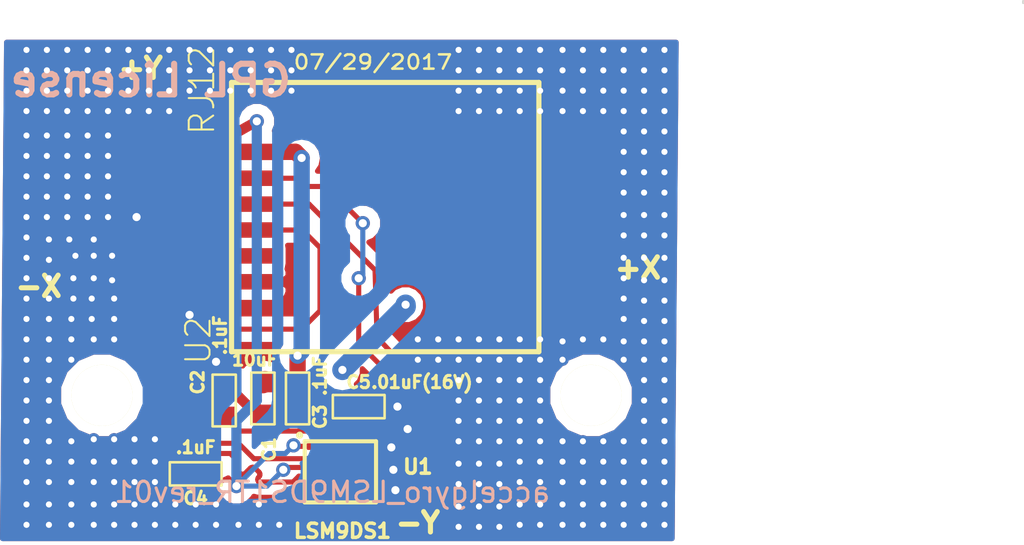
<source format=kicad_pcb>
(kicad_pcb (version 4) (host pcbnew 4.0.6-e0-6349~53~ubuntu16.04.1)
  (layers (0 F.Cu signal) (31 B.Cu signal) (34 B.Paste user) (35 F.Paste user) (36 B.SilkS user) (37 F.SilkS user) (38 B.Mask user) (39 F.Mask user) (44 Edge.Cuts user))
  (net 0 "")
  (net 1 GND)
  (net 2 SCL)
  (net 3 SDA)
  (net 4 Vdd)
  (net 5 INT2)
  (net 6 INT1)
  (net 7 "Net-(C2-Pad1)")
  (net 8 "Net-(C5-Pad1)")
  (net 9 "Net-(U1-Pad13)")
  (net 10 "Net-(U1-Pad10)")
  (net 11 "Net-(U1-Pad9)")
  (module ted_connectors:TED_RJ12_855135002 (layer F.Cu) (at 153.9 102.5 270)
    (fp_text reference U2 (at 6.06 9.17 270) (layer F.SilkS) (effects (font (size 1.2 1.2) (thickness 0.09906))))
    (fp_text value RJ12 (at -6.21 8.99 270) (layer F.SilkS) (effects (font (size 1.2 1.2) (thickness 0.09906))))
    (pad 6 smd rect (at -3.175 7.9 270) (size 0.76 5) (layers F.Cu F.Paste F.Mask) (net 4 Vdd) (clearance 0.2))
    (pad 4 smd rect (at -0.635 7.9 270) (size 0.76 5) (layers F.Cu F.Paste F.Mask) (net 6 INT1) (clearance 0.2))
    (pad 2 smd rect (at 1.905 7.9 270) (size 0.76 5) (layers F.Cu F.Paste F.Mask) (net 3 SDA) (clearance 0.2))
    (pad 3 smd rect (at 0.635 7.9 270) (size 0.76 5) (layers F.Cu F.Paste F.Mask) (net 2 SCL) (clearance 0.2))
    (pad 1 smd rect (at 3.175 7.9 270) (size 0.76 5) (layers F.Cu F.Paste F.Mask) (net 1 GND) (clearance 0.2))
    (pad 5 smd rect (at -1.905 7.9 270) (size 0.76 5) (layers F.Cu F.Paste F.Mask) (net 5 INT2) (clearance 0.2))
    (pad PAD smd rect (at 0 -8.15 270) (size 8.8 4.5) (layers F.Cu F.Paste F.Mask))
  )
  (module ted_connectors:VIA-0.6mm (layer F.Cu) (at 165.6 107.5)
    (fp_text reference REF** hide)
    (fp_text value VIA-0.6mm hide)
    (pad 1 thru_hole circle (at 0 0) (size 0.6 0.6) (drill 0.3) (layers *.Cu) (net 1 GND))
  )
  (module ted_connectors:VIA-0.6mm (layer F.Cu) (at 165.6 106.5)
    (fp_text reference REF** hide)
    (fp_text value VIA-0.6mm hide)
    (pad 1 thru_hole circle (at 0 0) (size 0.6 0.6) (drill 0.3) (layers *.Cu) (net 1 GND))
  )
  (module ted_connectors:VIA-0.6mm (layer F.Cu) (at 165.6 105.5)
    (fp_text reference REF** hide)
    (fp_text value VIA-0.6mm hide)
    (pad 1 thru_hole circle (at 0 0) (size 0.6 0.6) (drill 0.3) (layers *.Cu) (net 1 GND))
  )
  (module ted_connectors:VIA-0.6mm (layer F.Cu) (at 165.6 104.5)
    (fp_text reference REF** hide)
    (fp_text value VIA-0.6mm hide)
    (pad 1 thru_hole circle (at 0 0) (size 0.6 0.6) (drill 0.3) (layers *.Cu) (net 1 GND))
  )
  (module ted_connectors:VIA-0.6mm (layer F.Cu) (at 155.5 108.5)
    (fp_text reference REF** hide)
    (fp_text value VIA-0.6mm hide)
    (pad 1 thru_hole circle (at 0 0) (size 0.6 0.6) (drill 0.3) (layers *.Cu) (net 1 GND))
  )
  (module ted_connectors:VIA-0.6mm (layer F.Cu) (at 156.5 108.5)
    (fp_text reference REF** hide)
    (fp_text value VIA-0.6mm hide)
    (pad 1 thru_hole circle (at 0 0) (size 0.6 0.6) (drill 0.3) (layers *.Cu) (net 1 GND))
  )
  (module ted_connectors:VIA-0.6mm (layer F.Cu) (at 155.5 109.5)
    (fp_text reference REF** hide)
    (fp_text value VIA-0.6mm hide)
    (pad 1 thru_hole circle (at 0 0) (size 0.6 0.6) (drill 0.3) (layers *.Cu) (net 1 GND))
  )
  (module ted_connectors:VIA-0.6mm (layer F.Cu) (at 156.5 109.5)
    (fp_text reference REF** hide)
    (fp_text value VIA-0.6mm hide)
    (pad 1 thru_hole circle (at 0 0) (size 0.6 0.6) (drill 0.3) (layers *.Cu) (net 1 GND))
  )
  (module ted_connectors:VIA-0.6mm (layer F.Cu) (at 142.6 114.5)
    (fp_text reference REF** hide)
    (fp_text value VIA-0.6mm hide)
    (pad 1 thru_hole circle (at 0 0) (size 0.6 0.6) (drill 0.3) (layers *.Cu) (net 1 GND))
  )
  (module ted_connectors:VIA-0.6mm (layer F.Cu) (at 142.6 115.5)
    (fp_text reference REF** hide)
    (fp_text value VIA-0.6mm hide)
    (pad 1 thru_hole circle (at 0 0) (size 0.6 0.6) (drill 0.3) (layers *.Cu) (net 1 GND))
  )
  (module ted_connectors:VIA-0.6mm (layer F.Cu) (at 142.6 113.4)
    (fp_text reference REF** hide)
    (fp_text value VIA-0.6mm hide)
    (pad 1 thru_hole circle (at 0 0) (size 0.6 0.6) (drill 0.3) (layers *.Cu) (net 1 GND))
  )
  (module ted_sensors:LGA-24 (layer F.Cu) (at 151.7 115)
    (fp_text reference U1 (at 3.8 -0.25) (layer F.SilkS) (effects (font (size 0.7 0.7) (thickness 0.175))))
    (fp_text value LSM9DS1 (at 0.1 2.9) (layer F.SilkS) (effects (font (size 0.7 0.7) (thickness 0.17))))
    (pad 18 smd rect (at 1.505 -1.225) (size 0.25 0.35) (layers F.Cu F.Paste F.Mask) (net 1 GND))
    (pad 1 smd rect (at -1.505 -1.25) (size 0.25 0.35) (layers F.Cu F.Paste F.Mask) (net 4 Vdd))
    (pad 13 smd rect (at 1.505 1.225 270) (size 0.35 0.25) (layers F.Cu F.Paste F.Mask) (net 9 "Net-(U1-Pad13)"))
    (pad 6 smd rect (at -1.505 1.225 270) (size 0.35 0.25) (layers F.Cu F.Paste F.Mask) (net 1 GND))
    (pad 10 smd rect (at 0.215 1.225 270) (size 0.35 0.25) (layers F.Cu F.Paste F.Mask) (net 10 "Net-(U1-Pad10)"))
    (pad 12 smd rect (at 1.075 1.225 270) (size 0.35 0.25) (layers F.Cu F.Paste F.Mask) (net 5 INT2))
    (pad 11 smd rect (at 0.645 1.225 270) (size 0.35 0.25) (layers F.Cu F.Paste F.Mask) (net 6 INT1))
    (pad 19 smd rect (at 1.075 -1.225) (size 0.25 0.35) (layers F.Cu F.Paste F.Mask) (net 1 GND))
    (pad 14 smd rect (at 1.475 0.645 270) (size 0.25 0.35) (layers F.Cu F.Paste F.Mask) (net 1 GND))
    (pad 15 smd rect (at 1.475 0.215 270) (size 0.25 0.35) (layers F.Cu F.Paste F.Mask) (net 1 GND))
    (pad 21 smd rect (at 0.215 -1.225 270) (size 0.35 0.25) (layers F.Cu F.Paste F.Mask) (net 8 "Net-(C5-Pad1)"))
    (pad 20 smd rect (at 0.645 -1.225) (size 0.25 0.35) (layers F.Cu F.Paste F.Mask) (net 1 GND))
    (pad 24 smd rect (at -1.075 -1.25) (size 0.25 0.35) (layers F.Cu F.Paste F.Mask) (net 7 "Net-(C2-Pad1)"))
    (pad 5 smd rect (at -1.475 0.645 270) (size 0.25 0.35) (layers F.Cu F.Paste F.Mask) (net 1 GND))
    (pad 2 smd rect (at -1.475 -0.645 270) (size 0.25 0.35) (layers F.Cu F.Paste F.Mask) (net 2 SCL))
    (pad 23 smd rect (at -0.645 -1.225 270) (size 0.35 0.25) (layers F.Cu F.Paste F.Mask) (net 4 Vdd))
    (pad 3 smd rect (at -1.475 -0.215 270) (size 0.25 0.35) (layers F.Cu F.Paste F.Mask) (net 4 Vdd))
    (pad 4 smd rect (at -1.475 0.215 270) (size 0.25 0.35) (layers F.Cu F.Paste F.Mask) (net 3 SDA))
    (pad 17 smd rect (at 1.475 -0.645 270) (size 0.25 0.35) (layers F.Cu F.Paste F.Mask) (net 1 GND))
    (pad 16 smd rect (at 1.475 -0.215 270) (size 0.25 0.35) (layers F.Cu F.Paste F.Mask) (net 1 GND))
    (pad 22 smd rect (at -0.215 -1.225 270) (size 0.35 0.25) (layers F.Cu F.Paste F.Mask) (net 4 Vdd))
    (pad 8 smd rect (at -0.645 1.225 270) (size 0.35 0.25) (layers F.Cu F.Paste F.Mask) (net 4 Vdd))
    (pad 9 smd rect (at -0.215 1.225 270) (size 0.35 0.25) (layers F.Cu F.Paste F.Mask) (net 11 "Net-(U1-Pad9)"))
    (pad 7 smd rect (at -1.075 1.225 270) (size 0.35 0.25) (layers F.Cu F.Paste F.Mask) (net 4 Vdd))
  )
  (module ted_capacitors:TED_SM0603_C (layer F.Cu) (at 152.6 111.8)
    (fp_text reference C5 (at 0 -1.2) (layer F.SilkS) (effects (font (size 0.6 0.6))))
    (fp_text value ".01uF(16V)" (at 3.1 -1.2) (layer F.SilkS) (effects (font (size 0.6 0.6))))
    (pad 2 smd rect (at 0.75184 0) (size 0.89916 1.00076) (layers F.Cu F.Paste F.Mask) (net 1 GND) (clearance 0.1))
    (pad 1 smd rect (at -0.75184 0) (size 0.9 1) (layers F.Cu F.Paste F.Mask) (net 8 "Net-(C5-Pad1)") (clearance 0.1))
  )
  (module ted_capacitors:TED_SM0603_C (layer F.Cu) (at 149.6 111.4 270)
    (fp_text reference C3 (at 0.9 -1.1 270) (layer F.SilkS) (effects (font (size 0.6 0.6))))
    (fp_text value .1uF (at -1.1 -1.1 270) (layer F.SilkS) (effects (font (size 0.6 0.6))))
    (pad 2 smd rect (at 0.75184 0 270) (size 0.89916 1.00076) (layers F.Cu F.Paste F.Mask) (net 1 GND) (clearance 0.1))
    (pad 1 smd rect (at -0.75184 0 270) (size 0.9 1) (layers F.Cu F.Paste F.Mask) (net 4 Vdd) (clearance 0.1))
  )
  (module ted_capacitors:TED_SM0603_C (layer F.Cu) (at 146 111.5 90)
    (fp_text reference C2 (at 0.9 -1.3 90) (layer F.SilkS) (effects (font (size 0.6 0.6))))
    (fp_text value .1uF (at 3.2 -0.2 90) (layer F.SilkS) (effects (font (size 0.6 0.6))))
    (pad 2 smd rect (at 0.75184 0 90) (size 0.89916 1.00076) (layers F.Cu F.Paste F.Mask) (net 1 GND) (clearance 0.1))
    (pad 1 smd rect (at -0.75184 0 90) (size 0.9 1) (layers F.Cu F.Paste F.Mask) (net 7 "Net-(C2-Pad1)") (clearance 0.1))
  )
  (module ted_capacitors:TED_SM0603_C (layer F.Cu) (at 144.6 115.1 180)
    (fp_text reference C4 (at 0 -1.2 180) (layer F.SilkS) (effects (font (size 0.6 0.6))))
    (fp_text value .1uF (at 0 1.3 180) (layer F.SilkS) (effects (font (size 0.6 0.6))))
    (pad 2 smd rect (at 0.75184 0 180) (size 0.89916 1.00076) (layers F.Cu F.Paste F.Mask) (net 1 GND) (clearance 0.1))
    (pad 1 smd rect (at -0.75184 0 180) (size 0.9 1) (layers F.Cu F.Paste F.Mask) (net 4 Vdd) (clearance 0.1))
  )
  (module ted_capacitors:TED_SM0603_C (layer F.Cu) (at 147.9 111.4 270)
    (fp_text reference C1 (at 2.5 -0.3 270) (layer F.SilkS) (effects (font (size 0.6 0.6))))
    (fp_text value 10uF (at -1.9 0.4 360) (layer F.SilkS) (effects (font (size 0.6 0.6))))
    (pad 2 smd rect (at 0.75184 0 270) (size 0.89916 1.00076) (layers F.Cu F.Paste F.Mask) (net 1 GND) (clearance 0.1))
    (pad 1 smd rect (at -0.75184 0 270) (size 0.9 1) (layers F.Cu F.Paste F.Mask) (net 4 Vdd) (clearance 0.1))
  )
  (module ted_connectors:VIA-0.6mm (layer F.Cu) (at 136.3 94.3)
    (fp_text reference REF** hide)
    (fp_text value VIA-0.6mm hide)
    (pad 1 thru_hole circle (at 0 0) (size 0.6 0.6) (drill 0.3) (layers *.Cu) (net 1 GND))
  )
  (module ted_connectors:VIA-0.6mm (layer F.Cu) (at 137.3 94.3)
    (fp_text reference REF** hide)
    (fp_text value VIA-0.6mm hide)
    (pad 1 thru_hole circle (at 0 0) (size 0.6 0.6) (drill 0.3) (layers *.Cu) (net 1 GND))
  )
  (module ted_connectors:VIA-0.6mm (layer F.Cu) (at 138.3 94.3)
    (fp_text reference REF** hide)
    (fp_text value VIA-0.6mm hide)
    (pad 1 thru_hole circle (at 0 0) (size 0.6 0.6) (drill 0.3) (layers *.Cu) (net 1 GND))
  )
  (module ted_connectors:VIA-0.6mm (layer F.Cu) (at 139.3 94.3)
    (fp_text reference REF** hide)
    (fp_text value VIA-0.6mm hide)
    (pad 1 thru_hole circle (at 0 0) (size 0.6 0.6) (drill 0.3) (layers *.Cu) (net 1 GND))
  )
  (module ted_connectors:VIA-0.6mm (layer F.Cu) (at 140.3 94.3)
    (fp_text reference REF** hide)
    (fp_text value VIA-0.6mm hide)
    (pad 1 thru_hole circle (at 0 0) (size 0.6 0.6) (drill 0.3) (layers *.Cu) (net 1 GND))
  )
  (module ted_connectors:VIA-0.6mm (layer F.Cu) (at 136.3 95.3)
    (fp_text reference REF** hide)
    (fp_text value VIA-0.6mm hide)
    (pad 1 thru_hole circle (at 0 0) (size 0.6 0.6) (drill 0.3) (layers *.Cu) (net 1 GND))
  )
  (module ted_connectors:VIA-0.6mm (layer F.Cu) (at 137.3 95.3)
    (fp_text reference REF** hide)
    (fp_text value VIA-0.6mm hide)
    (pad 1 thru_hole circle (at 0 0) (size 0.6 0.6) (drill 0.3) (layers *.Cu) (net 1 GND))
  )
  (module ted_connectors:VIA-0.6mm (layer F.Cu) (at 138.3 95.3)
    (fp_text reference REF** hide)
    (fp_text value VIA-0.6mm hide)
    (pad 1 thru_hole circle (at 0 0) (size 0.6 0.6) (drill 0.3) (layers *.Cu) (net 1 GND))
  )
  (module ted_connectors:VIA-0.6mm (layer F.Cu) (at 139.3 95.3)
    (fp_text reference REF** hide)
    (fp_text value VIA-0.6mm hide)
    (pad 1 thru_hole circle (at 0 0) (size 0.6 0.6) (drill 0.3) (layers *.Cu) (net 1 GND))
  )
  (module ted_connectors:VIA-0.6mm (layer F.Cu) (at 136.3 96.3)
    (fp_text reference REF** hide)
    (fp_text value VIA-0.6mm hide)
    (pad 1 thru_hole circle (at 0 0) (size 0.6 0.6) (drill 0.3) (layers *.Cu) (net 1 GND))
  )
  (module ted_connectors:VIA-0.6mm (layer F.Cu) (at 137.3 96.3)
    (fp_text reference REF** hide)
    (fp_text value VIA-0.6mm hide)
    (pad 1 thru_hole circle (at 0 0) (size 0.6 0.6) (drill 0.3) (layers *.Cu) (net 1 GND))
  )
  (module ted_connectors:VIA-0.6mm (layer F.Cu) (at 138.3 96.3)
    (fp_text reference REF** hide)
    (fp_text value VIA-0.6mm hide)
    (pad 1 thru_hole circle (at 0 0) (size 0.6 0.6) (drill 0.3) (layers *.Cu) (net 1 GND))
  )
  (module ted_connectors:VIA-0.6mm (layer F.Cu) (at 136.3 97.3)
    (fp_text reference REF** hide)
    (fp_text value VIA-0.6mm hide)
    (pad 1 thru_hole circle (at 0 0) (size 0.6 0.6) (drill 0.3) (layers *.Cu) (net 1 GND))
  )
  (module ted_connectors:VIA-0.6mm (layer F.Cu) (at 137.3 97.3)
    (fp_text reference REF** hide)
    (fp_text value VIA-0.6mm hide)
    (pad 1 thru_hole circle (at 0 0) (size 0.6 0.6) (drill 0.3) (layers *.Cu) (net 1 GND))
  )
  (module ted_connectors:VIA-0.6mm (layer F.Cu) (at 138.3 97.3)
    (fp_text reference REF** hide)
    (fp_text value VIA-0.6mm hide)
    (pad 1 thru_hole circle (at 0 0) (size 0.6 0.6) (drill 0.3) (layers *.Cu) (net 1 GND))
  )
  (module ted_connectors:VIA-0.6mm (layer F.Cu) (at 136.3 102.5)
    (fp_text reference REF** hide)
    (fp_text value VIA-0.6mm hide)
    (pad 1 thru_hole circle (at 0 0) (size 0.6 0.6) (drill 0.3) (layers *.Cu) (net 1 GND))
  )
  (module ted_connectors:VIA-0.6mm (layer F.Cu) (at 136.3 101.5)
    (fp_text reference REF** hide)
    (fp_text value VIA-0.6mm hide)
    (pad 1 thru_hole circle (at 0 0) (size 0.6 0.6) (drill 0.3) (layers *.Cu) (net 1 GND))
  )
  (module ted_connectors:VIA-0.6mm (layer F.Cu) (at 136.3 100.5)
    (fp_text reference REF** hide)
    (fp_text value VIA-0.6mm hide)
    (pad 1 thru_hole circle (at 0 0) (size 0.6 0.6) (drill 0.3) (layers *.Cu) (net 1 GND))
  )
  (module ted_connectors:VIA-0.6mm (layer F.Cu) (at 136.3 99.5)
    (fp_text reference REF** hide)
    (fp_text value VIA-0.6mm hide)
    (pad 1 thru_hole circle (at 0 0) (size 0.6 0.6) (drill 0.3) (layers *.Cu) (net 1 GND))
  )
  (module ted_connectors:VIA-0.6mm (layer F.Cu) (at 136.3 98.5)
    (fp_text reference REF** hide)
    (fp_text value VIA-0.6mm hide)
    (pad 1 thru_hole circle (at 0 0) (size 0.6 0.6) (drill 0.3) (layers *.Cu) (net 1 GND))
  )
  (module ted_connectors:VIA-0.6mm (layer F.Cu) (at 136.3 103.5)
    (fp_text reference REF** hide)
    (fp_text value VIA-0.6mm hide)
    (pad 1 thru_hole circle (at 0 0) (size 0.6 0.6) (drill 0.3) (layers *.Cu) (net 1 GND))
  )
  (module ted_connectors:VIA-0.6mm (layer F.Cu) (at 136.3 104.5)
    (fp_text reference REF** hide)
    (fp_text value VIA-0.6mm hide)
    (pad 1 thru_hole circle (at 0 0) (size 0.6 0.6) (drill 0.3) (layers *.Cu) (net 1 GND))
  )
  (module ted_connectors:VIA-0.6mm (layer F.Cu) (at 136.3 105.5)
    (fp_text reference REF** hide)
    (fp_text value VIA-0.6mm hide)
    (pad 1 thru_hole circle (at 0 0) (size 0.6 0.6) (drill 0.3) (layers *.Cu) (net 1 GND))
  )
  (module ted_connectors:VIA-0.6mm (layer F.Cu) (at 136.3 106.5)
    (fp_text reference REF** hide)
    (fp_text value VIA-0.6mm hide)
    (pad 1 thru_hole circle (at 0 0) (size 0.6 0.6) (drill 0.3) (layers *.Cu) (net 1 GND))
  )
  (module ted_connectors:VIA-0.6mm (layer F.Cu) (at 136.3 107.5)
    (fp_text reference REF** hide)
    (fp_text value VIA-0.6mm hide)
    (pad 1 thru_hole circle (at 0 0) (size 0.6 0.6) (drill 0.3) (layers *.Cu) (net 1 GND))
  )
  (module ted_connectors:VIA-0.6mm (layer F.Cu) (at 136.3 108.5)
    (fp_text reference REF** hide)
    (fp_text value VIA-0.6mm hide)
    (pad 1 thru_hole circle (at 0 0) (size 0.6 0.6) (drill 0.3) (layers *.Cu) (net 1 GND))
  )
  (module ted_connectors:VIA-0.6mm (layer F.Cu) (at 136.3 109.5)
    (fp_text reference REF** hide)
    (fp_text value VIA-0.6mm hide)
    (pad 1 thru_hole circle (at 0 0) (size 0.6 0.6) (drill 0.3) (layers *.Cu) (net 1 GND))
  )
  (module ted_connectors:VIA-0.6mm (layer F.Cu) (at 136.3 110.5)
    (fp_text reference REF** hide)
    (fp_text value VIA-0.6mm hide)
    (pad 1 thru_hole circle (at 0 0) (size 0.6 0.6) (drill 0.3) (layers *.Cu) (net 1 GND))
  )
  (module ted_connectors:VIA-0.6mm (layer F.Cu) (at 136.3 111.5)
    (fp_text reference REF** hide)
    (fp_text value VIA-0.6mm hide)
    (pad 1 thru_hole circle (at 0 0) (size 0.6 0.6) (drill 0.3) (layers *.Cu) (net 1 GND))
  )
  (module ted_connectors:VIA-0.6mm (layer F.Cu) (at 136.3 112.5)
    (fp_text reference REF** hide)
    (fp_text value VIA-0.6mm hide)
    (pad 1 thru_hole circle (at 0 0) (size 0.6 0.6) (drill 0.3) (layers *.Cu) (net 1 GND))
  )
  (module ted_connectors:VIA-0.6mm (layer F.Cu) (at 136.3 113.5)
    (fp_text reference REF** hide)
    (fp_text value VIA-0.6mm hide)
    (pad 1 thru_hole circle (at 0 0) (size 0.6 0.6) (drill 0.3) (layers *.Cu) (net 1 GND))
  )
  (module ted_connectors:VIA-0.6mm (layer F.Cu) (at 136.3 114.5)
    (fp_text reference REF** hide)
    (fp_text value VIA-0.6mm hide)
    (pad 1 thru_hole circle (at 0 0) (size 0.6 0.6) (drill 0.3) (layers *.Cu) (net 1 GND))
  )
  (module ted_connectors:VIA-0.6mm (layer F.Cu) (at 136.3 115.5)
    (fp_text reference REF** hide)
    (fp_text value VIA-0.6mm hide)
    (pad 1 thru_hole circle (at 0 0) (size 0.6 0.6) (drill 0.3) (layers *.Cu) (net 1 GND))
  )
  (module ted_connectors:VIA-0.6mm (layer F.Cu) (at 137.4 105.5)
    (fp_text reference REF** hide)
    (fp_text value VIA-0.6mm hide)
    (pad 1 thru_hole circle (at 0 0) (size 0.6 0.6) (drill 0.3) (layers *.Cu) (net 1 GND))
  )
  (module ted_connectors:VIA-0.6mm (layer F.Cu) (at 137.4 106.5)
    (fp_text reference REF** hide)
    (fp_text value VIA-0.6mm hide)
    (pad 1 thru_hole circle (at 0 0) (size 0.6 0.6) (drill 0.3) (layers *.Cu) (net 1 GND))
  )
  (module ted_connectors:VIA-0.6mm (layer F.Cu) (at 137.4 107.5)
    (fp_text reference REF** hide)
    (fp_text value VIA-0.6mm hide)
    (pad 1 thru_hole circle (at 0 0) (size 0.6 0.6) (drill 0.3) (layers *.Cu) (net 1 GND))
  )
  (module ted_connectors:VIA-0.6mm (layer F.Cu) (at 137.4 108.5)
    (fp_text reference REF** hide)
    (fp_text value VIA-0.6mm hide)
    (pad 1 thru_hole circle (at 0 0) (size 0.6 0.6) (drill 0.3) (layers *.Cu) (net 1 GND))
  )
  (module ted_connectors:VIA-0.6mm (layer F.Cu) (at 137.4 109.5)
    (fp_text reference REF** hide)
    (fp_text value VIA-0.6mm hide)
    (pad 1 thru_hole circle (at 0 0) (size 0.6 0.6) (drill 0.3) (layers *.Cu) (net 1 GND))
  )
  (module ted_connectors:VIA-0.6mm (layer F.Cu) (at 137.4 110.5)
    (fp_text reference REF** hide)
    (fp_text value VIA-0.6mm hide)
    (pad 1 thru_hole circle (at 0 0) (size 0.6 0.6) (drill 0.3) (layers *.Cu) (net 1 GND))
  )
  (module ted_connectors:VIA-0.6mm (layer F.Cu) (at 137.4 111.5)
    (fp_text reference REF** hide)
    (fp_text value VIA-0.6mm hide)
    (pad 1 thru_hole circle (at 0 0) (size 0.6 0.6) (drill 0.3) (layers *.Cu) (net 1 GND))
  )
  (module ted_connectors:VIA-0.6mm (layer F.Cu) (at 137.4 112.5)
    (fp_text reference REF** hide)
    (fp_text value VIA-0.6mm hide)
    (pad 1 thru_hole circle (at 0 0) (size 0.6 0.6) (drill 0.3) (layers *.Cu) (net 1 GND))
  )
  (module ted_connectors:VIA-0.6mm (layer F.Cu) (at 137.4 113.5)
    (fp_text reference REF** hide)
    (fp_text value VIA-0.6mm hide)
    (pad 1 thru_hole circle (at 0 0) (size 0.6 0.6) (drill 0.3) (layers *.Cu) (net 1 GND))
  )
  (module ted_connectors:VIA-0.6mm (layer F.Cu) (at 137.4 114.5)
    (fp_text reference REF** hide)
    (fp_text value VIA-0.6mm hide)
    (pad 1 thru_hole circle (at 0 0) (size 0.6 0.6) (drill 0.3) (layers *.Cu) (net 1 GND))
  )
  (module ted_connectors:VIA-0.6mm (layer F.Cu) (at 137.4 115.5)
    (fp_text reference REF** hide)
    (fp_text value VIA-0.6mm hide)
    (pad 1 thru_hole circle (at 0 0) (size 0.6 0.6) (drill 0.3) (layers *.Cu) (net 1 GND))
  )
  (module ted_connectors:VIA-0.6mm (layer F.Cu) (at 140.6 106.5)
    (fp_text reference REF** hide)
    (fp_text value VIA-0.6mm hide)
    (pad 1 thru_hole circle (at 0 0) (size 0.6 0.6) (drill 0.3) (layers *.Cu) (net 1 GND))
  )
  (module ted_connectors:VIA-0.6mm (layer F.Cu) (at 139.6 105.5)
    (fp_text reference REF** hide)
    (fp_text value VIA-0.6mm hide)
    (pad 1 thru_hole circle (at 0 0) (size 0.6 0.6) (drill 0.3) (layers *.Cu) (net 1 GND))
  )
  (module ted_connectors:VIA-0.6mm (layer F.Cu) (at 138.5 113.5)
    (fp_text reference REF** hide)
    (fp_text value VIA-0.6mm hide)
    (pad 1 thru_hole circle (at 0 0) (size 0.6 0.6) (drill 0.3) (layers *.Cu) (net 1 GND))
  )
  (module ted_connectors:VIA-0.6mm (layer F.Cu) (at 138.5 107.5)
    (fp_text reference REF** hide)
    (fp_text value VIA-0.6mm hide)
    (pad 1 thru_hole circle (at 0 0) (size 0.6 0.6) (drill 0.3) (layers *.Cu) (net 1 GND))
  )
  (module ted_connectors:VIA-0.6mm (layer F.Cu) (at 138.6 105.5)
    (fp_text reference REF** hide)
    (fp_text value VIA-0.6mm hide)
    (pad 1 thru_hole circle (at 0 0) (size 0.6 0.6) (drill 0.3) (layers *.Cu) (net 1 GND))
  )
  (module ted_connectors:VIA-0.6mm (layer F.Cu) (at 140.5 104.4)
    (fp_text reference REF** hide)
    (fp_text value VIA-0.6mm hide)
    (pad 1 thru_hole circle (at 0 0) (size 0.6 0.6) (drill 0.3) (layers *.Cu) (net 1 GND))
  )
  (module ted_connectors:VIA-0.6mm (layer F.Cu) (at 139.5 107.5)
    (fp_text reference REF** hide)
    (fp_text value VIA-0.6mm hide)
    (pad 1 thru_hole circle (at 0 0) (size 0.6 0.6) (drill 0.3) (layers *.Cu) (net 1 GND))
  )
  (module ted_connectors:VIA-0.6mm (layer F.Cu) (at 140.6 107.5)
    (fp_text reference REF** hide)
    (fp_text value VIA-0.6mm hide)
    (pad 1 thru_hole circle (at 0 0) (size 0.6 0.6) (drill 0.3) (layers *.Cu) (net 1 GND))
  )
  (module ted_connectors:VIA-0.6mm (layer F.Cu) (at 140.5 105.6)
    (fp_text reference REF** hide)
    (fp_text value VIA-0.6mm hide)
    (pad 1 thru_hole circle (at 0 0) (size 0.6 0.6) (drill 0.3) (layers *.Cu) (net 1 GND))
  )
  (module ted_connectors:VIA-0.6mm (layer F.Cu) (at 139.6 104.4)
    (fp_text reference REF** hide)
    (fp_text value VIA-0.6mm hide)
    (pad 1 thru_hole circle (at 0 0) (size 0.6 0.6) (drill 0.3) (layers *.Cu) (net 1 GND))
  )
  (module ted_connectors:VIA-0.6mm (layer F.Cu) (at 157.5 112.5)
    (fp_text reference REF** hide)
    (fp_text value VIA-0.6mm hide)
    (pad 1 thru_hole circle (at 0 0) (size 0.6 0.6) (drill 0.3) (layers *.Cu) (net 1 GND))
  )
  (module ted_connectors:VIA-0.6mm (layer F.Cu) (at 158.5 112.5)
    (fp_text reference REF** hide)
    (fp_text value VIA-0.6mm hide)
    (pad 1 thru_hole circle (at 0 0) (size 0.6 0.6) (drill 0.3) (layers *.Cu) (net 1 GND))
  )
  (module ted_connectors:VIA-0.6mm (layer F.Cu) (at 159.5 112.5)
    (fp_text reference REF** hide)
    (fp_text value VIA-0.6mm hide)
    (pad 1 thru_hole circle (at 0 0) (size 0.6 0.6) (drill 0.3) (layers *.Cu) (net 1 GND))
  )
  (module ted_connectors:VIA-0.6mm (layer F.Cu) (at 160.5 112.5)
    (fp_text reference REF** hide)
    (fp_text value VIA-0.6mm hide)
    (pad 1 thru_hole circle (at 0 0) (size 0.6 0.6) (drill 0.3) (layers *.Cu) (net 1 GND))
  )
  (module ted_connectors:VIA-0.6mm (layer F.Cu) (at 161.5 112.5)
    (fp_text reference REF** hide)
    (fp_text value VIA-0.6mm hide)
    (pad 1 thru_hole circle (at 0 0) (size 0.6 0.6) (drill 0.3) (layers *.Cu) (net 1 GND))
  )
  (module ted_connectors:VIA-0.6mm (layer F.Cu) (at 157.5 113.5)
    (fp_text reference REF** hide)
    (fp_text value VIA-0.6mm hide)
    (pad 1 thru_hole circle (at 0 0) (size 0.6 0.6) (drill 0.3) (layers *.Cu) (net 1 GND))
  )
  (module ted_connectors:VIA-0.6mm (layer F.Cu) (at 158.5 113.5)
    (fp_text reference REF** hide)
    (fp_text value VIA-0.6mm hide)
    (pad 1 thru_hole circle (at 0 0) (size 0.6 0.6) (drill 0.3) (layers *.Cu) (net 1 GND))
  )
  (module ted_connectors:VIA-0.6mm (layer F.Cu) (at 159.5 113.5)
    (fp_text reference REF** hide)
    (fp_text value VIA-0.6mm hide)
    (pad 1 thru_hole circle (at 0 0) (size 0.6 0.6) (drill 0.3) (layers *.Cu) (net 1 GND))
  )
  (module ted_connectors:VIA-0.6mm (layer F.Cu) (at 160.5 113.5)
    (fp_text reference REF** hide)
    (fp_text value VIA-0.6mm hide)
    (pad 1 thru_hole circle (at 0 0) (size 0.6 0.6) (drill 0.3) (layers *.Cu) (net 1 GND))
  )
  (module ted_connectors:VIA-0.6mm (layer F.Cu) (at 161.5 113.5)
    (fp_text reference REF** hide)
    (fp_text value VIA-0.6mm hide)
    (pad 1 thru_hole circle (at 0 0) (size 0.6 0.6) (drill 0.3) (layers *.Cu) (net 1 GND))
  )
  (module ted_connectors:VIA-0.6mm (layer F.Cu) (at 157.5 114.6)
    (fp_text reference REF** hide)
    (fp_text value VIA-0.6mm hide)
    (pad 1 thru_hole circle (at 0 0) (size 0.6 0.6) (drill 0.3) (layers *.Cu) (net 1 GND))
  )
  (module ted_connectors:VIA-0.6mm (layer F.Cu) (at 158.5 114.6)
    (fp_text reference REF** hide)
    (fp_text value VIA-0.6mm hide)
    (pad 1 thru_hole circle (at 0 0) (size 0.6 0.6) (drill 0.3) (layers *.Cu) (net 1 GND))
  )
  (module ted_connectors:VIA-0.6mm (layer F.Cu) (at 159.5 114.6)
    (fp_text reference REF** hide)
    (fp_text value VIA-0.6mm hide)
    (pad 1 thru_hole circle (at 0 0) (size 0.6 0.6) (drill 0.3) (layers *.Cu) (net 1 GND))
  )
  (module ted_connectors:VIA-0.6mm (layer F.Cu) (at 160.5 114.5)
    (fp_text reference REF** hide)
    (fp_text value VIA-0.6mm hide)
    (pad 1 thru_hole circle (at 0 0) (size 0.6 0.6) (drill 0.3) (layers *.Cu) (net 1 GND))
  )
  (module ted_connectors:VIA-0.6mm (layer F.Cu) (at 161.5 114.5)
    (fp_text reference REF** hide)
    (fp_text value VIA-0.6mm hide)
    (pad 1 thru_hole circle (at 0 0) (size 0.6 0.6) (drill 0.3) (layers *.Cu) (net 1 GND))
  )
  (module ted_connectors:VIA-0.6mm (layer F.Cu) (at 157.5 115.6)
    (fp_text reference REF** hide)
    (fp_text value VIA-0.6mm hide)
    (pad 1 thru_hole circle (at 0 0) (size 0.6 0.6) (drill 0.3) (layers *.Cu) (net 1 GND))
  )
  (module ted_connectors:VIA-0.6mm (layer F.Cu) (at 158.5 115.6)
    (fp_text reference REF** hide)
    (fp_text value VIA-0.6mm hide)
    (pad 1 thru_hole circle (at 0 0) (size 0.6 0.6) (drill 0.3) (layers *.Cu) (net 1 GND))
  )
  (module ted_connectors:VIA-0.6mm (layer F.Cu) (at 159.5 115.6)
    (fp_text reference REF** hide)
    (fp_text value VIA-0.6mm hide)
    (pad 1 thru_hole circle (at 0 0) (size 0.6 0.6) (drill 0.3) (layers *.Cu) (net 1 GND))
  )
  (module ted_connectors:VIA-0.6mm (layer F.Cu) (at 160.5 115.5)
    (fp_text reference REF** hide)
    (fp_text value VIA-0.6mm hide)
    (pad 1 thru_hole circle (at 0 0) (size 0.6 0.6) (drill 0.3) (layers *.Cu) (net 1 GND))
  )
  (module ted_connectors:VIA-0.6mm (layer F.Cu) (at 161.5 115.5)
    (fp_text reference REF** hide)
    (fp_text value VIA-0.6mm hide)
    (pad 1 thru_hole circle (at 0 0) (size 0.6 0.6) (drill 0.3) (layers *.Cu) (net 1 GND))
  )
  (module ted_connectors:VIA-0.6mm (layer F.Cu) (at 139.3 102.5)
    (fp_text reference REF** hide)
    (fp_text value VIA-0.6mm hide)
    (pad 1 thru_hole circle (at 0 0) (size 0.6 0.6) (drill 0.3) (layers *.Cu) (net 1 GND))
  )
  (module ted_connectors:VIA-0.6mm (layer F.Cu) (at 138.3 102.5)
    (fp_text reference REF** hide)
    (fp_text value VIA-0.6mm hide)
    (pad 1 thru_hole circle (at 0 0) (size 0.6 0.6) (drill 0.3) (layers *.Cu) (net 1 GND))
  )
  (module ted_connectors:VIA-0.6mm (layer F.Cu) (at 137.3 102.5)
    (fp_text reference REF** hide)
    (fp_text value VIA-0.6mm hide)
    (pad 1 thru_hole circle (at 0 0) (size 0.6 0.6) (drill 0.3) (layers *.Cu) (net 1 GND))
  )
  (module ted_connectors:VIA-0.6mm (layer F.Cu) (at 139.3 101.5)
    (fp_text reference REF** hide)
    (fp_text value VIA-0.6mm hide)
    (pad 1 thru_hole circle (at 0 0) (size 0.6 0.6) (drill 0.3) (layers *.Cu) (net 1 GND))
  )
  (module ted_connectors:VIA-0.6mm (layer F.Cu) (at 138.3 101.5)
    (fp_text reference REF** hide)
    (fp_text value VIA-0.6mm hide)
    (pad 1 thru_hole circle (at 0 0) (size 0.6 0.6) (drill 0.3) (layers *.Cu) (net 1 GND))
  )
  (module ted_connectors:VIA-0.6mm (layer F.Cu) (at 137.3 101.5)
    (fp_text reference REF** hide)
    (fp_text value VIA-0.6mm hide)
    (pad 1 thru_hole circle (at 0 0) (size 0.6 0.6) (drill 0.3) (layers *.Cu) (net 1 GND))
  )
  (module ted_connectors:VIA-0.6mm (layer F.Cu) (at 139.3 100.5)
    (fp_text reference REF** hide)
    (fp_text value VIA-0.6mm hide)
    (pad 1 thru_hole circle (at 0 0) (size 0.6 0.6) (drill 0.3) (layers *.Cu) (net 1 GND))
  )
  (module ted_connectors:VIA-0.6mm (layer F.Cu) (at 138.3 100.5)
    (fp_text reference REF** hide)
    (fp_text value VIA-0.6mm hide)
    (pad 1 thru_hole circle (at 0 0) (size 0.6 0.6) (drill 0.3) (layers *.Cu) (net 1 GND))
  )
  (module ted_connectors:VIA-0.6mm (layer F.Cu) (at 137.3 100.5)
    (fp_text reference REF** hide)
    (fp_text value VIA-0.6mm hide)
    (pad 1 thru_hole circle (at 0 0) (size 0.6 0.6) (drill 0.3) (layers *.Cu) (net 1 GND))
  )
  (module ted_connectors:VIA-0.6mm (layer F.Cu) (at 139.3 99.5)
    (fp_text reference REF** hide)
    (fp_text value VIA-0.6mm hide)
    (pad 1 thru_hole circle (at 0 0) (size 0.6 0.6) (drill 0.3) (layers *.Cu) (net 1 GND))
  )
  (module ted_connectors:VIA-0.6mm (layer F.Cu) (at 138.3 99.5)
    (fp_text reference REF** hide)
    (fp_text value VIA-0.6mm hide)
    (pad 1 thru_hole circle (at 0 0) (size 0.6 0.6) (drill 0.3) (layers *.Cu) (net 1 GND))
  )
  (module ted_connectors:VIA-0.6mm (layer F.Cu) (at 137.3 99.5)
    (fp_text reference REF** hide)
    (fp_text value VIA-0.6mm hide)
    (pad 1 thru_hole circle (at 0 0) (size 0.6 0.6) (drill 0.3) (layers *.Cu) (net 1 GND))
  )
  (module ted_connectors:VIA-0.6mm (layer F.Cu) (at 139.3 98.5)
    (fp_text reference REF** hide)
    (fp_text value VIA-0.6mm hide)
    (pad 1 thru_hole circle (at 0 0) (size 0.6 0.6) (drill 0.3) (layers *.Cu) (net 1 GND))
  )
  (module ted_connectors:VIA-0.6mm (layer F.Cu) (at 138.3 98.5)
    (fp_text reference REF** hide)
    (fp_text value VIA-0.6mm hide)
    (pad 1 thru_hole circle (at 0 0) (size 0.6 0.6) (drill 0.3) (layers *.Cu) (net 1 GND))
  )
  (module ted_connectors:VIA-0.6mm (layer F.Cu) (at 137.3 98.5)
    (fp_text reference REF** hide)
    (fp_text value VIA-0.6mm hide)
    (pad 1 thru_hole circle (at 0 0) (size 0.6 0.6) (drill 0.3) (layers *.Cu) (net 1 GND))
  )
  (module ted_connectors:VIA-0.6mm (layer F.Cu) (at 139.3 97.3)
    (fp_text reference REF** hide)
    (fp_text value VIA-0.6mm hide)
    (pad 1 thru_hole circle (at 0 0) (size 0.6 0.6) (drill 0.3) (layers *.Cu) (net 1 GND))
  )
  (module ted_connectors:VIA-0.6mm (layer F.Cu) (at 139.3 96.3)
    (fp_text reference REF** hide)
    (fp_text value VIA-0.6mm hide)
    (pad 1 thru_hole circle (at 0 0) (size 0.6 0.6) (drill 0.3) (layers *.Cu) (net 1 GND))
  )
  (module ted_connectors:VIA-0.6mm (layer F.Cu) (at 140.3 96.3)
    (fp_text reference REF** hide)
    (fp_text value VIA-0.6mm hide)
    (pad 1 thru_hole circle (at 0 0) (size 0.6 0.6) (drill 0.3) (layers *.Cu) (net 1 GND))
  )
  (module ted_connectors:VIA-0.6mm (layer F.Cu) (at 140.3 97.3)
    (fp_text reference REF** hide)
    (fp_text value VIA-0.6mm hide)
    (pad 1 thru_hole circle (at 0 0) (size 0.6 0.6) (drill 0.3) (layers *.Cu) (net 1 GND))
  )
  (module ted_connectors:VIA-0.6mm (layer F.Cu) (at 140.3 98.5)
    (fp_text reference REF** hide)
    (fp_text value VIA-0.6mm hide)
    (pad 1 thru_hole circle (at 0 0) (size 0.6 0.6) (drill 0.3) (layers *.Cu) (net 1 GND))
  )
  (module ted_connectors:VIA-0.6mm (layer F.Cu) (at 140.3 99.5)
    (fp_text reference REF** hide)
    (fp_text value VIA-0.6mm hide)
    (pad 1 thru_hole circle (at 0 0) (size 0.6 0.6) (drill 0.3) (layers *.Cu) (net 1 GND))
  )
  (module ted_connectors:VIA-0.6mm (layer F.Cu) (at 140.3 100.5)
    (fp_text reference REF** hide)
    (fp_text value VIA-0.6mm hide)
    (pad 1 thru_hole circle (at 0 0) (size 0.6 0.6) (drill 0.3) (layers *.Cu) (net 1 GND))
  )
  (module ted_connectors:VIA-0.6mm (layer F.Cu) (at 140.3 101.5)
    (fp_text reference REF** hide)
    (fp_text value VIA-0.6mm hide)
    (pad 1 thru_hole circle (at 0 0) (size 0.6 0.6) (drill 0.3) (layers *.Cu) (net 1 GND))
  )
  (module ted_connectors:VIA-0.6mm (layer F.Cu) (at 140.3 102.5)
    (fp_text reference REF** hide)
    (fp_text value VIA-0.6mm hide)
    (pad 1 thru_hole circle (at 0 0) (size 0.6 0.6) (drill 0.3) (layers *.Cu) (net 1 GND))
  )
  (module ted_connectors:VIA-0.6mm (layer F.Cu) (at 140.3 95.3)
    (fp_text reference REF** hide)
    (fp_text value VIA-0.6mm hide)
    (pad 1 thru_hole circle (at 0 0) (size 0.6 0.6) (drill 0.3) (layers *.Cu) (net 1 GND))
  )
  (module ted_connectors:VIA-0.6mm (layer F.Cu) (at 143.3 95.3)
    (fp_text reference REF** hide)
    (fp_text value VIA-0.6mm hide)
    (pad 1 thru_hole circle (at 0 0) (size 0.6 0.6) (drill 0.3) (layers *.Cu) (net 1 GND))
  )
  (module ted_connectors:VIA-0.6mm (layer F.Cu) (at 143.3 97.3)
    (fp_text reference REF** hide)
    (fp_text value VIA-0.6mm hide)
    (pad 1 thru_hole circle (at 0 0) (size 0.6 0.6) (drill 0.3) (layers *.Cu) (net 1 GND))
  )
  (module ted_connectors:VIA-0.6mm (layer F.Cu) (at 143.3 96.3)
    (fp_text reference REF** hide)
    (fp_text value VIA-0.6mm hide)
    (pad 1 thru_hole circle (at 0 0) (size 0.6 0.6) (drill 0.3) (layers *.Cu) (net 1 GND))
  )
  (module ted_connectors:VIA-0.6mm (layer F.Cu) (at 142.3 96.3)
    (fp_text reference REF** hide)
    (fp_text value VIA-0.6mm hide)
    (pad 1 thru_hole circle (at 0 0) (size 0.6 0.6) (drill 0.3) (layers *.Cu) (net 1 GND))
  )
  (module ted_connectors:VIA-0.6mm (layer F.Cu) (at 142.3 97.3)
    (fp_text reference REF** hide)
    (fp_text value VIA-0.6mm hide)
    (pad 1 thru_hole circle (at 0 0) (size 0.6 0.6) (drill 0.3) (layers *.Cu) (net 1 GND))
  )
  (module ted_connectors:VIA-0.6mm (layer F.Cu) (at 141.3 97.3)
    (fp_text reference REF** hide)
    (fp_text value VIA-0.6mm hide)
    (pad 1 thru_hole circle (at 0 0) (size 0.6 0.6) (drill 0.3) (layers *.Cu) (net 1 GND))
  )
  (module ted_connectors:VIA-0.6mm (layer F.Cu) (at 141.3 96.3)
    (fp_text reference REF** hide)
    (fp_text value VIA-0.6mm hide)
    (pad 1 thru_hole circle (at 0 0) (size 0.6 0.6) (drill 0.3) (layers *.Cu) (net 1 GND))
  )
  (module ted_connectors:VIA-0.6mm (layer F.Cu) (at 142.3 95.3)
    (fp_text reference REF** hide)
    (fp_text value VIA-0.6mm hide)
    (pad 1 thru_hole circle (at 0 0) (size 0.6 0.6) (drill 0.3) (layers *.Cu) (net 1 GND))
  )
  (module ted_connectors:VIA-0.6mm (layer F.Cu) (at 141.3 95.3)
    (fp_text reference REF** hide)
    (fp_text value VIA-0.6mm hide)
    (pad 1 thru_hole circle (at 0 0) (size 0.6 0.6) (drill 0.3) (layers *.Cu) (net 1 GND))
  )
  (module ted_connectors:VIA-0.6mm (layer F.Cu) (at 143.3 94.3)
    (fp_text reference REF** hide)
    (fp_text value VIA-0.6mm hide)
    (pad 1 thru_hole circle (at 0 0) (size 0.6 0.6) (drill 0.3) (layers *.Cu) (net 1 GND))
  )
  (module ted_connectors:VIA-0.6mm (layer F.Cu) (at 142.3 94.3)
    (fp_text reference REF** hide)
    (fp_text value VIA-0.6mm hide)
    (pad 1 thru_hole circle (at 0 0) (size 0.6 0.6) (drill 0.3) (layers *.Cu) (net 1 GND))
  )
  (module ted_connectors:VIA-0.6mm (layer F.Cu) (at 141.3 94.3)
    (fp_text reference REF** hide)
    (fp_text value VIA-0.6mm hide)
    (pad 1 thru_hole circle (at 0 0) (size 0.6 0.6) (drill 0.3) (layers *.Cu) (net 1 GND))
  )
  (module ted_connectors:VIA-0.6mm (layer F.Cu) (at 137.4 104.6)
    (fp_text reference REF** hide)
    (fp_text value VIA-0.6mm hide)
    (pad 1 thru_hole circle (at 0 0) (size 0.6 0.6) (drill 0.3) (layers *.Cu) (net 1 GND))
  )
  (module ted_connectors:VIA-0.6mm (layer F.Cu) (at 137.4 103.6)
    (fp_text reference REF** hide)
    (fp_text value VIA-0.6mm hide)
    (pad 1 thru_hole circle (at 0 0) (size 0.6 0.6) (drill 0.3) (layers *.Cu) (net 1 GND))
  )
  (module ted_connectors:VIA-0.6mm (layer F.Cu) (at 138.6 106.5)
    (fp_text reference REF** hide)
    (fp_text value VIA-0.6mm hide)
    (pad 1 thru_hole circle (at 0 0) (size 0.6 0.6) (drill 0.3) (layers *.Cu) (net 1 GND))
  )
  (module ted_connectors:VIA-0.6mm (layer F.Cu) (at 138.4 103.6)
    (fp_text reference REF** hide)
    (fp_text value VIA-0.6mm hide)
    (pad 1 thru_hole circle (at 0 0) (size 0.6 0.6) (drill 0.3) (layers *.Cu) (net 1 GND))
  )
  (module ted_connectors:VIA-0.6mm (layer F.Cu) (at 139.6 108.5)
    (fp_text reference REF** hide)
    (fp_text value VIA-0.6mm hide)
    (pad 1 thru_hole circle (at 0 0) (size 0.6 0.6) (drill 0.3) (layers *.Cu) (net 1 GND))
  )
  (module ted_connectors:VIA-0.6mm (layer F.Cu) (at 139.5 106.5)
    (fp_text reference REF** hide)
    (fp_text value VIA-0.6mm hide)
    (pad 1 thru_hole circle (at 0 0) (size 0.6 0.6) (drill 0.3) (layers *.Cu) (net 1 GND))
  )
  (module ted_connectors:VIA-0.6mm (layer F.Cu) (at 138.5 109.5)
    (fp_text reference REF** hide)
    (fp_text value VIA-0.6mm hide)
    (pad 1 thru_hole circle (at 0 0) (size 0.6 0.6) (drill 0.3) (layers *.Cu) (net 1 GND))
  )
  (module ted_connectors:VIA-0.6mm (layer F.Cu) (at 138.5 108.5)
    (fp_text reference REF** hide)
    (fp_text value VIA-0.6mm hide)
    (pad 1 thru_hole circle (at 0 0) (size 0.6 0.6) (drill 0.3) (layers *.Cu) (net 1 GND))
  )
  (module ted_connectors:VIA-0.6mm (layer F.Cu) (at 140.6 108.5)
    (fp_text reference REF** hide)
    (fp_text value VIA-0.6mm hide)
    (pad 1 thru_hole circle (at 0 0) (size 0.6 0.6) (drill 0.3) (layers *.Cu) (net 1 GND))
  )
  (module ted_connectors:VIA-0.6mm (layer F.Cu) (at 138.7 104.4)
    (fp_text reference REF** hide)
    (fp_text value VIA-0.6mm hide)
    (pad 1 thru_hole circle (at 0 0) (size 0.6 0.6) (drill 0.3) (layers *.Cu) (net 1 GND))
  )
  (module ted_connectors:VIA-0.6mm (layer F.Cu) (at 139.6 103.6)
    (fp_text reference REF** hide)
    (fp_text value VIA-0.6mm hide)
    (pad 1 thru_hole circle (at 0 0) (size 0.6 0.6) (drill 0.3) (layers *.Cu) (net 1 GND))
  )
  (module ted_connectors:VIA-0.6mm (layer F.Cu) (at 140.6 113.4)
    (fp_text reference REF** hide)
    (fp_text value VIA-0.6mm hide)
    (pad 1 thru_hole circle (at 0 0) (size 0.6 0.6) (drill 0.3) (layers *.Cu) (net 1 GND))
  )
  (module ted_connectors:VIA-0.6mm (layer F.Cu) (at 139.6 113.4)
    (fp_text reference REF** hide)
    (fp_text value VIA-0.6mm hide)
    (pad 1 thru_hole circle (at 0 0) (size 0.6 0.6) (drill 0.3) (layers *.Cu) (net 1 GND))
  )
  (module ted_connectors:VIA-0.6mm (layer F.Cu) (at 141.6 113.4)
    (fp_text reference REF** hide)
    (fp_text value VIA-0.6mm hide)
    (pad 1 thru_hole circle (at 0 0) (size 0.6 0.6) (drill 0.3) (layers *.Cu) (net 1 GND))
  )
  (module ted_connectors:VIA-0.6mm (layer F.Cu) (at 141.6 115.5)
    (fp_text reference REF** hide)
    (fp_text value VIA-0.6mm hide)
    (pad 1 thru_hole circle (at 0 0) (size 0.6 0.6) (drill 0.3) (layers *.Cu) (net 1 GND))
  )
  (module ted_connectors:VIA-0.6mm (layer F.Cu) (at 140.6 115.5)
    (fp_text reference REF** hide)
    (fp_text value VIA-0.6mm hide)
    (pad 1 thru_hole circle (at 0 0) (size 0.6 0.6) (drill 0.3) (layers *.Cu) (net 1 GND))
  )
  (module ted_connectors:VIA-0.6mm (layer F.Cu) (at 139.6 115.5)
    (fp_text reference REF** hide)
    (fp_text value VIA-0.6mm hide)
    (pad 1 thru_hole circle (at 0 0) (size 0.6 0.6) (drill 0.3) (layers *.Cu) (net 1 GND))
  )
  (module ted_connectors:VIA-0.6mm (layer F.Cu) (at 141.6 114.5)
    (fp_text reference REF** hide)
    (fp_text value VIA-0.6mm hide)
    (pad 1 thru_hole circle (at 0 0) (size 0.6 0.6) (drill 0.3) (layers *.Cu) (net 1 GND))
  )
  (module ted_connectors:VIA-0.6mm (layer F.Cu) (at 140.6 114.5)
    (fp_text reference REF** hide)
    (fp_text value VIA-0.6mm hide)
    (pad 1 thru_hole circle (at 0 0) (size 0.6 0.6) (drill 0.3) (layers *.Cu) (net 1 GND))
  )
  (module ted_connectors:VIA-0.6mm (layer F.Cu) (at 139.6 114.5)
    (fp_text reference REF** hide)
    (fp_text value VIA-0.6mm hide)
    (pad 1 thru_hole circle (at 0 0) (size 0.6 0.6) (drill 0.3) (layers *.Cu) (net 1 GND))
  )
  (module ted_connectors:VIA-0.6mm (layer F.Cu) (at 138.5 115.5)
    (fp_text reference REF** hide)
    (fp_text value VIA-0.6mm hide)
    (pad 1 thru_hole circle (at 0 0) (size 0.6 0.6) (drill 0.3) (layers *.Cu) (net 1 GND))
  )
  (module ted_connectors:VIA-0.6mm (layer F.Cu) (at 138.5 114.5)
    (fp_text reference REF** hide)
    (fp_text value VIA-0.6mm hide)
    (pad 1 thru_hole circle (at 0 0) (size 0.6 0.6) (drill 0.3) (layers *.Cu) (net 1 GND))
  )
  (module ted_connectors:VIA-0.6mm (layer F.Cu) (at 138.5 116.6)
    (fp_text reference REF** hide)
    (fp_text value VIA-0.6mm hide)
    (pad 1 thru_hole circle (at 0 0) (size 0.6 0.6) (drill 0.3) (layers *.Cu) (net 1 GND))
  )
  (module ted_connectors:VIA-0.6mm (layer F.Cu) (at 138.5 117.6)
    (fp_text reference REF** hide)
    (fp_text value VIA-0.6mm hide)
    (pad 1 thru_hole circle (at 0 0) (size 0.6 0.6) (drill 0.3) (layers *.Cu) (net 1 GND))
  )
  (module ted_connectors:VIA-0.6mm (layer F.Cu) (at 139.6 116.6)
    (fp_text reference REF** hide)
    (fp_text value VIA-0.6mm hide)
    (pad 1 thru_hole circle (at 0 0) (size 0.6 0.6) (drill 0.3) (layers *.Cu) (net 1 GND))
  )
  (module ted_connectors:VIA-0.6mm (layer F.Cu) (at 140.6 116.6)
    (fp_text reference REF** hide)
    (fp_text value VIA-0.6mm hide)
    (pad 1 thru_hole circle (at 0 0) (size 0.6 0.6) (drill 0.3) (layers *.Cu) (net 1 GND))
  )
  (module ted_connectors:VIA-0.6mm (layer F.Cu) (at 141.6 116.6)
    (fp_text reference REF** hide)
    (fp_text value VIA-0.6mm hide)
    (pad 1 thru_hole circle (at 0 0) (size 0.6 0.6) (drill 0.3) (layers *.Cu) (net 1 GND))
  )
  (module ted_connectors:VIA-0.6mm (layer F.Cu) (at 139.6 117.6)
    (fp_text reference REF** hide)
    (fp_text value VIA-0.6mm hide)
    (pad 1 thru_hole circle (at 0 0) (size 0.6 0.6) (drill 0.3) (layers *.Cu) (net 1 GND))
  )
  (module ted_connectors:VIA-0.6mm (layer F.Cu) (at 140.6 117.6)
    (fp_text reference REF** hide)
    (fp_text value VIA-0.6mm hide)
    (pad 1 thru_hole circle (at 0 0) (size 0.6 0.6) (drill 0.3) (layers *.Cu) (net 1 GND))
  )
  (module ted_connectors:VIA-0.6mm (layer F.Cu) (at 141.6 117.6)
    (fp_text reference REF** hide)
    (fp_text value VIA-0.6mm hide)
    (pad 1 thru_hole circle (at 0 0) (size 0.6 0.6) (drill 0.3) (layers *.Cu) (net 1 GND))
  )
  (module ted_connectors:VIA-0.6mm (layer F.Cu) (at 146.7 117.6)
    (fp_text reference REF** hide)
    (fp_text value VIA-0.6mm hide)
    (pad 1 thru_hole circle (at 0 0) (size 0.6 0.6) (drill 0.3) (layers *.Cu) (net 1 GND))
  )
  (module ted_connectors:VIA-0.6mm (layer F.Cu) (at 137.4 117.6)
    (fp_text reference REF** hide)
    (fp_text value VIA-0.6mm hide)
    (pad 1 thru_hole circle (at 0 0) (size 0.6 0.6) (drill 0.3) (layers *.Cu) (net 1 GND))
  )
  (module ted_connectors:VIA-0.6mm (layer F.Cu) (at 137.4 116.6)
    (fp_text reference REF** hide)
    (fp_text value VIA-0.6mm hide)
    (pad 1 thru_hole circle (at 0 0) (size 0.6 0.6) (drill 0.3) (layers *.Cu) (net 1 GND))
  )
  (module ted_connectors:VIA-0.6mm (layer F.Cu) (at 136.3 117.6)
    (fp_text reference REF** hide)
    (fp_text value VIA-0.6mm hide)
    (pad 1 thru_hole circle (at 0 0) (size 0.6 0.6) (drill 0.3) (layers *.Cu) (net 1 GND))
  )
  (module ted_connectors:VIA-0.6mm (layer F.Cu) (at 136.3 116.6)
    (fp_text reference REF** hide)
    (fp_text value VIA-0.6mm hide)
    (pad 1 thru_hole circle (at 0 0) (size 0.6 0.6) (drill 0.3) (layers *.Cu) (net 1 GND))
  )
  (module ted_connectors:VIA-0.6mm (layer F.Cu) (at 147.7 116.6)
    (fp_text reference REF** hide)
    (fp_text value VIA-0.6mm hide)
    (pad 1 thru_hole circle (at 0 0) (size 0.6 0.6) (drill 0.3) (layers *.Cu) (net 1 GND))
  )
  (module ted_connectors:VIA-0.6mm (layer F.Cu) (at 147.7 117.6)
    (fp_text reference REF** hide)
    (fp_text value VIA-0.6mm hide)
    (pad 1 thru_hole circle (at 0 0) (size 0.6 0.6) (drill 0.3) (layers *.Cu) (net 1 GND))
  )
  (module ted_connectors:VIA-0.6mm (layer F.Cu) (at 148.7 117.6)
    (fp_text reference REF** hide)
    (fp_text value VIA-0.6mm hide)
    (pad 1 thru_hole circle (at 0 0) (size 0.6 0.6) (drill 0.3) (layers *.Cu) (net 1 GND))
  )
  (module ted_connectors:VIA-0.6mm (layer F.Cu) (at 161.5 117.6)
    (fp_text reference REF** hide)
    (fp_text value VIA-0.6mm hide)
    (pad 1 thru_hole circle (at 0 0) (size 0.6 0.6) (drill 0.3) (layers *.Cu) (net 1 GND))
  )
  (module ted_connectors:VIA-0.6mm (layer F.Cu) (at 160.5 117.6)
    (fp_text reference REF** hide)
    (fp_text value VIA-0.6mm hide)
    (pad 1 thru_hole circle (at 0 0) (size 0.6 0.6) (drill 0.3) (layers *.Cu) (net 1 GND))
  )
  (module ted_connectors:VIA-0.6mm (layer F.Cu) (at 159.5 117.7)
    (fp_text reference REF** hide)
    (fp_text value VIA-0.6mm hide)
    (pad 1 thru_hole circle (at 0 0) (size 0.6 0.6) (drill 0.3) (layers *.Cu) (net 1 GND))
  )
  (module ted_connectors:VIA-0.6mm (layer F.Cu) (at 158.5 117.7)
    (fp_text reference REF** hide)
    (fp_text value VIA-0.6mm hide)
    (pad 1 thru_hole circle (at 0 0) (size 0.6 0.6) (drill 0.3) (layers *.Cu) (net 1 GND))
  )
  (module ted_connectors:VIA-0.6mm (layer F.Cu) (at 157.5 117.7)
    (fp_text reference REF** hide)
    (fp_text value VIA-0.6mm hide)
    (pad 1 thru_hole circle (at 0 0) (size 0.6 0.6) (drill 0.3) (layers *.Cu) (net 1 GND))
  )
  (module ted_connectors:VIA-0.6mm (layer F.Cu) (at 161.5 116.6)
    (fp_text reference REF** hide)
    (fp_text value VIA-0.6mm hide)
    (pad 1 thru_hole circle (at 0 0) (size 0.6 0.6) (drill 0.3) (layers *.Cu) (net 1 GND))
  )
  (module ted_connectors:VIA-0.6mm (layer F.Cu) (at 160.5 116.6)
    (fp_text reference REF** hide)
    (fp_text value VIA-0.6mm hide)
    (pad 1 thru_hole circle (at 0 0) (size 0.6 0.6) (drill 0.3) (layers *.Cu) (net 1 GND))
  )
  (module ted_connectors:VIA-0.6mm (layer F.Cu) (at 159.5 116.7)
    (fp_text reference REF** hide)
    (fp_text value VIA-0.6mm hide)
    (pad 1 thru_hole circle (at 0 0) (size 0.6 0.6) (drill 0.3) (layers *.Cu) (net 1 GND))
  )
  (module ted_connectors:VIA-0.6mm (layer F.Cu) (at 158.5 116.7)
    (fp_text reference REF** hide)
    (fp_text value VIA-0.6mm hide)
    (pad 1 thru_hole circle (at 0 0) (size 0.6 0.6) (drill 0.3) (layers *.Cu) (net 1 GND))
  )
  (module ted_connectors:VIA-0.6mm (layer F.Cu) (at 157.5 116.7)
    (fp_text reference REF** hide)
    (fp_text value VIA-0.6mm hide)
    (pad 1 thru_hole circle (at 0 0) (size 0.6 0.6) (drill 0.3) (layers *.Cu) (net 1 GND))
  )
  (module ted_connectors:VIA-0.6mm (layer F.Cu) (at 162.6 116.6)
    (fp_text reference REF** hide)
    (fp_text value VIA-0.6mm hide)
    (pad 1 thru_hole circle (at 0 0) (size 0.6 0.6) (drill 0.3) (layers *.Cu) (net 1 GND))
  )
  (module ted_connectors:VIA-0.6mm (layer F.Cu) (at 163.6 116.6)
    (fp_text reference REF** hide)
    (fp_text value VIA-0.6mm hide)
    (pad 1 thru_hole circle (at 0 0) (size 0.6 0.6) (drill 0.3) (layers *.Cu) (net 1 GND))
  )
  (module ted_connectors:VIA-0.6mm (layer F.Cu) (at 164.6 116.6)
    (fp_text reference REF** hide)
    (fp_text value VIA-0.6mm hide)
    (pad 1 thru_hole circle (at 0 0) (size 0.6 0.6) (drill 0.3) (layers *.Cu) (net 1 GND))
  )
  (module ted_connectors:VIA-0.6mm (layer F.Cu) (at 162.6 117.6)
    (fp_text reference REF** hide)
    (fp_text value VIA-0.6mm hide)
    (pad 1 thru_hole circle (at 0 0) (size 0.6 0.6) (drill 0.3) (layers *.Cu) (net 1 GND))
  )
  (module ted_connectors:VIA-0.6mm (layer F.Cu) (at 163.6 117.6)
    (fp_text reference REF** hide)
    (fp_text value VIA-0.6mm hide)
    (pad 1 thru_hole circle (at 0 0) (size 0.6 0.6) (drill 0.3) (layers *.Cu) (net 1 GND))
  )
  (module ted_connectors:VIA-0.6mm (layer F.Cu) (at 164.6 117.6)
    (fp_text reference REF** hide)
    (fp_text value VIA-0.6mm hide)
    (pad 1 thru_hole circle (at 0 0) (size 0.6 0.6) (drill 0.3) (layers *.Cu) (net 1 GND))
  )
  (module ted_connectors:VIA-0.6mm (layer F.Cu) (at 164.6 115.5)
    (fp_text reference REF** hide)
    (fp_text value VIA-0.6mm hide)
    (pad 1 thru_hole circle (at 0 0) (size 0.6 0.6) (drill 0.3) (layers *.Cu) (net 1 GND))
  )
  (module ted_connectors:VIA-0.6mm (layer F.Cu) (at 163.6 115.5)
    (fp_text reference REF** hide)
    (fp_text value VIA-0.6mm hide)
    (pad 1 thru_hole circle (at 0 0) (size 0.6 0.6) (drill 0.3) (layers *.Cu) (net 1 GND))
  )
  (module ted_connectors:VIA-0.6mm (layer F.Cu) (at 162.6 115.5)
    (fp_text reference REF** hide)
    (fp_text value VIA-0.6mm hide)
    (pad 1 thru_hole circle (at 0 0) (size 0.6 0.6) (drill 0.3) (layers *.Cu) (net 1 GND))
  )
  (module ted_connectors:VIA-0.6mm (layer F.Cu) (at 164.6 114.5)
    (fp_text reference REF** hide)
    (fp_text value VIA-0.6mm hide)
    (pad 1 thru_hole circle (at 0 0) (size 0.6 0.6) (drill 0.3) (layers *.Cu) (net 1 GND))
  )
  (module ted_connectors:VIA-0.6mm (layer F.Cu) (at 163.6 114.5)
    (fp_text reference REF** hide)
    (fp_text value VIA-0.6mm hide)
    (pad 1 thru_hole circle (at 0 0) (size 0.6 0.6) (drill 0.3) (layers *.Cu) (net 1 GND))
  )
  (module ted_connectors:VIA-0.6mm (layer F.Cu) (at 162.6 114.5)
    (fp_text reference REF** hide)
    (fp_text value VIA-0.6mm hide)
    (pad 1 thru_hole circle (at 0 0) (size 0.6 0.6) (drill 0.3) (layers *.Cu) (net 1 GND))
  )
  (module ted_connectors:VIA-0.6mm (layer F.Cu) (at 164.6 113.5)
    (fp_text reference REF** hide)
    (fp_text value VIA-0.6mm hide)
    (pad 1 thru_hole circle (at 0 0) (size 0.6 0.6) (drill 0.3) (layers *.Cu) (net 1 GND))
  )
  (module ted_connectors:VIA-0.6mm (layer F.Cu) (at 163.6 113.5)
    (fp_text reference REF** hide)
    (fp_text value VIA-0.6mm hide)
    (pad 1 thru_hole circle (at 0 0) (size 0.6 0.6) (drill 0.3) (layers *.Cu) (net 1 GND))
  )
  (module ted_connectors:VIA-0.6mm (layer F.Cu) (at 162.6 113.5)
    (fp_text reference REF** hide)
    (fp_text value VIA-0.6mm hide)
    (pad 1 thru_hole circle (at 0 0) (size 0.6 0.6) (drill 0.3) (layers *.Cu) (net 1 GND))
  )
  (module ted_connectors:VIA-0.6mm (layer F.Cu) (at 163.6 108.5)
    (fp_text reference REF** hide)
    (fp_text value VIA-0.6mm hide)
    (pad 1 thru_hole circle (at 0 0) (size 0.6 0.6) (drill 0.3) (layers *.Cu) (net 1 GND))
  )
  (module ted_connectors:VIA-0.6mm (layer F.Cu) (at 164.6 108.5)
    (fp_text reference REF** hide)
    (fp_text value VIA-0.6mm hide)
    (pad 1 thru_hole circle (at 0 0) (size 0.6 0.6) (drill 0.3) (layers *.Cu) (net 1 GND))
  )
  (module ted_connectors:VIA-0.6mm (layer F.Cu) (at 162.6 109.5)
    (fp_text reference REF** hide)
    (fp_text value VIA-0.6mm hide)
    (pad 1 thru_hole circle (at 0 0) (size 0.6 0.6) (drill 0.3) (layers *.Cu) (net 1 GND))
  )
  (module ted_connectors:VIA-0.6mm (layer F.Cu) (at 161.5 111.5)
    (fp_text reference REF** hide)
    (fp_text value VIA-0.6mm hide)
    (pad 1 thru_hole circle (at 0 0) (size 0.6 0.6) (drill 0.3) (layers *.Cu) (net 1 GND))
  )
  (module ted_connectors:VIA-0.6mm (layer F.Cu) (at 160.5 111.5)
    (fp_text reference REF** hide)
    (fp_text value VIA-0.6mm hide)
    (pad 1 thru_hole circle (at 0 0) (size 0.6 0.6) (drill 0.3) (layers *.Cu) (net 1 GND))
  )
  (module ted_connectors:VIA-0.6mm (layer F.Cu) (at 159.5 111.5)
    (fp_text reference REF** hide)
    (fp_text value VIA-0.6mm hide)
    (pad 1 thru_hole circle (at 0 0) (size 0.6 0.6) (drill 0.3) (layers *.Cu) (net 1 GND))
  )
  (module ted_connectors:VIA-0.6mm (layer F.Cu) (at 158.5 111.5)
    (fp_text reference REF** hide)
    (fp_text value VIA-0.6mm hide)
    (pad 1 thru_hole circle (at 0 0) (size 0.6 0.6) (drill 0.3) (layers *.Cu) (net 1 GND))
  )
  (module ted_connectors:VIA-0.6mm (layer F.Cu) (at 157.5 111.5)
    (fp_text reference REF** hide)
    (fp_text value VIA-0.6mm hide)
    (pad 1 thru_hole circle (at 0 0) (size 0.6 0.6) (drill 0.3) (layers *.Cu) (net 1 GND))
  )
  (module ted_connectors:VIA-0.6mm (layer F.Cu) (at 161.5 110.5)
    (fp_text reference REF** hide)
    (fp_text value VIA-0.6mm hide)
    (pad 1 thru_hole circle (at 0 0) (size 0.6 0.6) (drill 0.3) (layers *.Cu) (net 1 GND))
  )
  (module ted_connectors:VIA-0.6mm (layer F.Cu) (at 160.5 110.5)
    (fp_text reference REF** hide)
    (fp_text value VIA-0.6mm hide)
    (pad 1 thru_hole circle (at 0 0) (size 0.6 0.6) (drill 0.3) (layers *.Cu) (net 1 GND))
  )
  (module ted_connectors:VIA-0.6mm (layer F.Cu) (at 159.5 110.5)
    (fp_text reference REF** hide)
    (fp_text value VIA-0.6mm hide)
    (pad 1 thru_hole circle (at 0 0) (size 0.6 0.6) (drill 0.3) (layers *.Cu) (net 1 GND))
  )
  (module ted_connectors:VIA-0.6mm (layer F.Cu) (at 158.5 110.5)
    (fp_text reference REF** hide)
    (fp_text value VIA-0.6mm hide)
    (pad 1 thru_hole circle (at 0 0) (size 0.6 0.6) (drill 0.3) (layers *.Cu) (net 1 GND))
  )
  (module ted_connectors:VIA-0.6mm (layer F.Cu) (at 157.5 110.5)
    (fp_text reference REF** hide)
    (fp_text value VIA-0.6mm hide)
    (pad 1 thru_hole circle (at 0 0) (size 0.6 0.6) (drill 0.3) (layers *.Cu) (net 1 GND))
  )
  (module ted_connectors:VIA-0.6mm (layer F.Cu) (at 161.5 109.5)
    (fp_text reference REF** hide)
    (fp_text value VIA-0.6mm hide)
    (pad 1 thru_hole circle (at 0 0) (size 0.6 0.6) (drill 0.3) (layers *.Cu) (net 1 GND))
  )
  (module ted_connectors:VIA-0.6mm (layer F.Cu) (at 160.5 109.5)
    (fp_text reference REF** hide)
    (fp_text value VIA-0.6mm hide)
    (pad 1 thru_hole circle (at 0 0) (size 0.6 0.6) (drill 0.3) (layers *.Cu) (net 1 GND))
  )
  (module ted_connectors:VIA-0.6mm (layer F.Cu) (at 159.5 109.5)
    (fp_text reference REF** hide)
    (fp_text value VIA-0.6mm hide)
    (pad 1 thru_hole circle (at 0 0) (size 0.6 0.6) (drill 0.3) (layers *.Cu) (net 1 GND))
  )
  (module ted_connectors:VIA-0.6mm (layer F.Cu) (at 158.5 109.5)
    (fp_text reference REF** hide)
    (fp_text value VIA-0.6mm hide)
    (pad 1 thru_hole circle (at 0 0) (size 0.6 0.6) (drill 0.3) (layers *.Cu) (net 1 GND))
  )
  (module ted_connectors:VIA-0.6mm (layer F.Cu) (at 157.5 109.5)
    (fp_text reference REF** hide)
    (fp_text value VIA-0.6mm hide)
    (pad 1 thru_hole circle (at 0 0) (size 0.6 0.6) (drill 0.3) (layers *.Cu) (net 1 GND))
  )
  (module ted_connectors:VIA-0.6mm (layer F.Cu) (at 162.6 108.6)
    (fp_text reference REF** hide)
    (fp_text value VIA-0.6mm hide)
    (pad 1 thru_hole circle (at 0 0) (size 0.6 0.6) (drill 0.3) (layers *.Cu) (net 1 GND))
  )
  (module ted_connectors:VIA-0.6mm (layer F.Cu) (at 161.5 108.5)
    (fp_text reference REF** hide)
    (fp_text value VIA-0.6mm hide)
    (pad 1 thru_hole circle (at 0 0) (size 0.6 0.6) (drill 0.3) (layers *.Cu) (net 1 GND))
  )
  (module ted_connectors:VIA-0.6mm (layer F.Cu) (at 160.5 108.5)
    (fp_text reference REF** hide)
    (fp_text value VIA-0.6mm hide)
    (pad 1 thru_hole circle (at 0 0) (size 0.6 0.6) (drill 0.3) (layers *.Cu) (net 1 GND))
  )
  (module ted_connectors:VIA-0.6mm (layer F.Cu) (at 159.5 108.5)
    (fp_text reference REF** hide)
    (fp_text value VIA-0.6mm hide)
    (pad 1 thru_hole circle (at 0 0) (size 0.6 0.6) (drill 0.3) (layers *.Cu) (net 1 GND))
  )
  (module ted_connectors:VIA-0.6mm (layer F.Cu) (at 158.5 108.5)
    (fp_text reference REF** hide)
    (fp_text value VIA-0.6mm hide)
    (pad 1 thru_hole circle (at 0 0) (size 0.6 0.6) (drill 0.3) (layers *.Cu) (net 1 GND))
  )
  (module ted_connectors:VIA-0.6mm (layer F.Cu) (at 157.5 108.5)
    (fp_text reference REF** hide)
    (fp_text value VIA-0.6mm hide)
    (pad 1 thru_hole circle (at 0 0) (size 0.6 0.6) (drill 0.3) (layers *.Cu) (net 1 GND))
  )
  (module ted_connectors:VIA-0.6mm (layer F.Cu) (at 165.6 108.6)
    (fp_text reference REF** hide)
    (fp_text value VIA-0.6mm hide)
    (pad 1 thru_hole circle (at 0 0) (size 0.6 0.6) (drill 0.3) (layers *.Cu) (net 1 GND))
  )
  (module ted_connectors:VIA-0.6mm (layer F.Cu) (at 167.6 111.5)
    (fp_text reference REF** hide)
    (fp_text value VIA-0.6mm hide)
    (pad 1 thru_hole circle (at 0 0) (size 0.6 0.6) (drill 0.3) (layers *.Cu) (net 1 GND))
  )
  (module ted_connectors:VIA-0.6mm (layer F.Cu) (at 166.6 111.5)
    (fp_text reference REF** hide)
    (fp_text value VIA-0.6mm hide)
    (pad 1 thru_hole circle (at 0 0) (size 0.6 0.6) (drill 0.3) (layers *.Cu) (net 1 GND))
  )
  (module ted_connectors:VIA-0.6mm (layer F.Cu) (at 167.6 110.5)
    (fp_text reference REF** hide)
    (fp_text value VIA-0.6mm hide)
    (pad 1 thru_hole circle (at 0 0) (size 0.6 0.6) (drill 0.3) (layers *.Cu) (net 1 GND))
  )
  (module ted_connectors:VIA-0.6mm (layer F.Cu) (at 166.6 110.5)
    (fp_text reference REF** hide)
    (fp_text value VIA-0.6mm hide)
    (pad 1 thru_hole circle (at 0 0) (size 0.6 0.6) (drill 0.3) (layers *.Cu) (net 1 GND))
  )
  (module ted_connectors:VIA-0.6mm (layer F.Cu) (at 167.6 109.5)
    (fp_text reference REF** hide)
    (fp_text value VIA-0.6mm hide)
    (pad 1 thru_hole circle (at 0 0) (size 0.6 0.6) (drill 0.3) (layers *.Cu) (net 1 GND))
  )
  (module ted_connectors:VIA-0.6mm (layer F.Cu) (at 166.6 109.5)
    (fp_text reference REF** hide)
    (fp_text value VIA-0.6mm hide)
    (pad 1 thru_hole circle (at 0 0) (size 0.6 0.6) (drill 0.3) (layers *.Cu) (net 1 GND))
  )
  (module ted_connectors:VIA-0.6mm (layer F.Cu) (at 165.6 109.5)
    (fp_text reference REF** hide)
    (fp_text value VIA-0.6mm hide)
    (pad 1 thru_hole circle (at 0 0) (size 0.6 0.6) (drill 0.3) (layers *.Cu) (net 1 GND))
  )
  (module ted_connectors:VIA-0.6mm (layer F.Cu) (at 167.6 108.6)
    (fp_text reference REF** hide)
    (fp_text value VIA-0.6mm hide)
    (pad 1 thru_hole circle (at 0 0) (size 0.6 0.6) (drill 0.3) (layers *.Cu) (net 1 GND))
  )
  (module ted_connectors:VIA-0.6mm (layer F.Cu) (at 166.6 108.6)
    (fp_text reference REF** hide)
    (fp_text value VIA-0.6mm hide)
    (pad 1 thru_hole circle (at 0 0) (size 0.6 0.6) (drill 0.3) (layers *.Cu) (net 1 GND))
  )
  (module ted_connectors:VIA-0.6mm (layer F.Cu) (at 166.6 112.5)
    (fp_text reference REF** hide)
    (fp_text value VIA-0.6mm hide)
    (pad 1 thru_hole circle (at 0 0) (size 0.6 0.6) (drill 0.3) (layers *.Cu) (net 1 GND))
  )
  (module ted_connectors:VIA-0.6mm (layer F.Cu) (at 167.6 112.5)
    (fp_text reference REF** hide)
    (fp_text value VIA-0.6mm hide)
    (pad 1 thru_hole circle (at 0 0) (size 0.6 0.6) (drill 0.3) (layers *.Cu) (net 1 GND))
  )
  (module ted_connectors:VIA-0.6mm (layer F.Cu) (at 165.6 113.5)
    (fp_text reference REF** hide)
    (fp_text value VIA-0.6mm hide)
    (pad 1 thru_hole circle (at 0 0) (size 0.6 0.6) (drill 0.3) (layers *.Cu) (net 1 GND))
  )
  (module ted_connectors:VIA-0.6mm (layer F.Cu) (at 166.6 113.5)
    (fp_text reference REF** hide)
    (fp_text value VIA-0.6mm hide)
    (pad 1 thru_hole circle (at 0 0) (size 0.6 0.6) (drill 0.3) (layers *.Cu) (net 1 GND))
  )
  (module ted_connectors:VIA-0.6mm (layer F.Cu) (at 167.6 113.5)
    (fp_text reference REF** hide)
    (fp_text value VIA-0.6mm hide)
    (pad 1 thru_hole circle (at 0 0) (size 0.6 0.6) (drill 0.3) (layers *.Cu) (net 1 GND))
  )
  (module ted_connectors:VIA-0.6mm (layer F.Cu) (at 165.6 114.5)
    (fp_text reference REF** hide)
    (fp_text value VIA-0.6mm hide)
    (pad 1 thru_hole circle (at 0 0) (size 0.6 0.6) (drill 0.3) (layers *.Cu) (net 1 GND))
  )
  (module ted_connectors:VIA-0.6mm (layer F.Cu) (at 166.6 114.5)
    (fp_text reference REF** hide)
    (fp_text value VIA-0.6mm hide)
    (pad 1 thru_hole circle (at 0 0) (size 0.6 0.6) (drill 0.3) (layers *.Cu) (net 1 GND))
  )
  (module ted_connectors:VIA-0.6mm (layer F.Cu) (at 167.6 114.5)
    (fp_text reference REF** hide)
    (fp_text value VIA-0.6mm hide)
    (pad 1 thru_hole circle (at 0 0) (size 0.6 0.6) (drill 0.3) (layers *.Cu) (net 1 GND))
  )
  (module ted_connectors:VIA-0.6mm (layer F.Cu) (at 165.6 115.5)
    (fp_text reference REF** hide)
    (fp_text value VIA-0.6mm hide)
    (pad 1 thru_hole circle (at 0 0) (size 0.6 0.6) (drill 0.3) (layers *.Cu) (net 1 GND))
  )
  (module ted_connectors:VIA-0.6mm (layer F.Cu) (at 166.6 115.5)
    (fp_text reference REF** hide)
    (fp_text value VIA-0.6mm hide)
    (pad 1 thru_hole circle (at 0 0) (size 0.6 0.6) (drill 0.3) (layers *.Cu) (net 1 GND))
  )
  (module ted_connectors:VIA-0.6mm (layer F.Cu) (at 167.6 115.5)
    (fp_text reference REF** hide)
    (fp_text value VIA-0.6mm hide)
    (pad 1 thru_hole circle (at 0 0) (size 0.6 0.6) (drill 0.3) (layers *.Cu) (net 1 GND))
  )
  (module ted_connectors:VIA-0.6mm (layer F.Cu) (at 167.6 117.6)
    (fp_text reference REF** hide)
    (fp_text value VIA-0.6mm hide)
    (pad 1 thru_hole circle (at 0 0) (size 0.6 0.6) (drill 0.3) (layers *.Cu) (net 1 GND))
  )
  (module ted_connectors:VIA-0.6mm (layer F.Cu) (at 166.6 117.6)
    (fp_text reference REF** hide)
    (fp_text value VIA-0.6mm hide)
    (pad 1 thru_hole circle (at 0 0) (size 0.6 0.6) (drill 0.3) (layers *.Cu) (net 1 GND))
  )
  (module ted_connectors:VIA-0.6mm (layer F.Cu) (at 165.6 117.6)
    (fp_text reference REF** hide)
    (fp_text value VIA-0.6mm hide)
    (pad 1 thru_hole circle (at 0 0) (size 0.6 0.6) (drill 0.3) (layers *.Cu) (net 1 GND))
  )
  (module ted_connectors:VIA-0.6mm (layer F.Cu) (at 167.6 116.6)
    (fp_text reference REF** hide)
    (fp_text value VIA-0.6mm hide)
    (pad 1 thru_hole circle (at 0 0) (size 0.6 0.6) (drill 0.3) (layers *.Cu) (net 1 GND))
  )
  (module ted_connectors:VIA-0.6mm (layer F.Cu) (at 166.6 116.6)
    (fp_text reference REF** hide)
    (fp_text value VIA-0.6mm hide)
    (pad 1 thru_hole circle (at 0 0) (size 0.6 0.6) (drill 0.3) (layers *.Cu) (net 1 GND))
  )
  (module ted_connectors:VIA-0.6mm (layer F.Cu) (at 165.6 116.6)
    (fp_text reference REF** hide)
    (fp_text value VIA-0.6mm hide)
    (pad 1 thru_hole circle (at 0 0) (size 0.6 0.6) (drill 0.3) (layers *.Cu) (net 1 GND))
  )
  (module ted_connectors:VIA-0.6mm (layer F.Cu) (at 165.6 98.3)
    (fp_text reference REF** hide)
    (fp_text value VIA-0.6mm hide)
    (pad 1 thru_hole circle (at 0 0) (size 0.6 0.6) (drill 0.3) (layers *.Cu) (net 1 GND))
  )
  (module ted_connectors:VIA-0.6mm (layer F.Cu) (at 165.6 102.4)
    (fp_text reference REF** hide)
    (fp_text value VIA-0.6mm hide)
    (pad 1 thru_hole circle (at 0 0) (size 0.6 0.6) (drill 0.3) (layers *.Cu) (net 1 GND))
  )
  (module ted_connectors:VIA-0.6mm (layer F.Cu) (at 166.6 102.4)
    (fp_text reference REF** hide)
    (fp_text value VIA-0.6mm hide)
    (pad 1 thru_hole circle (at 0 0) (size 0.6 0.6) (drill 0.3) (layers *.Cu) (net 1 GND))
  )
  (module ted_connectors:VIA-0.6mm (layer F.Cu) (at 167.6 102.4)
    (fp_text reference REF** hide)
    (fp_text value VIA-0.6mm hide)
    (pad 1 thru_hole circle (at 0 0) (size 0.6 0.6) (drill 0.3) (layers *.Cu) (net 1 GND))
  )
  (module ted_connectors:VIA-0.6mm (layer F.Cu) (at 165.6 103.4)
    (fp_text reference REF** hide)
    (fp_text value VIA-0.6mm hide)
    (pad 1 thru_hole circle (at 0 0) (size 0.6 0.6) (drill 0.3) (layers *.Cu) (net 1 GND))
  )
  (module ted_connectors:VIA-0.6mm (layer F.Cu) (at 166.6 103.4)
    (fp_text reference REF** hide)
    (fp_text value VIA-0.6mm hide)
    (pad 1 thru_hole circle (at 0 0) (size 0.6 0.6) (drill 0.3) (layers *.Cu) (net 1 GND))
  )
  (module ted_connectors:VIA-0.6mm (layer F.Cu) (at 167.6 103.4)
    (fp_text reference REF** hide)
    (fp_text value VIA-0.6mm hide)
    (pad 1 thru_hole circle (at 0 0) (size 0.6 0.6) (drill 0.3) (layers *.Cu) (net 1 GND))
  )
  (module ted_connectors:VIA-0.6mm (layer F.Cu) (at 167.6 101.3)
    (fp_text reference REF** hide)
    (fp_text value VIA-0.6mm hide)
    (pad 1 thru_hole circle (at 0 0) (size 0.6 0.6) (drill 0.3) (layers *.Cu) (net 1 GND))
  )
  (module ted_connectors:VIA-0.6mm (layer F.Cu) (at 166.6 101.3)
    (fp_text reference REF** hide)
    (fp_text value VIA-0.6mm hide)
    (pad 1 thru_hole circle (at 0 0) (size 0.6 0.6) (drill 0.3) (layers *.Cu) (net 1 GND))
  )
  (module ted_connectors:VIA-0.6mm (layer F.Cu) (at 165.6 101.3)
    (fp_text reference REF** hide)
    (fp_text value VIA-0.6mm hide)
    (pad 1 thru_hole circle (at 0 0) (size 0.6 0.6) (drill 0.3) (layers *.Cu) (net 1 GND))
  )
  (module ted_connectors:VIA-0.6mm (layer F.Cu) (at 167.6 100.3)
    (fp_text reference REF** hide)
    (fp_text value VIA-0.6mm hide)
    (pad 1 thru_hole circle (at 0 0) (size 0.6 0.6) (drill 0.3) (layers *.Cu) (net 1 GND))
  )
  (module ted_connectors:VIA-0.6mm (layer F.Cu) (at 166.6 100.3)
    (fp_text reference REF** hide)
    (fp_text value VIA-0.6mm hide)
    (pad 1 thru_hole circle (at 0 0) (size 0.6 0.6) (drill 0.3) (layers *.Cu) (net 1 GND))
  )
  (module ted_connectors:VIA-0.6mm (layer F.Cu) (at 165.6 100.3)
    (fp_text reference REF** hide)
    (fp_text value VIA-0.6mm hide)
    (pad 1 thru_hole circle (at 0 0) (size 0.6 0.6) (drill 0.3) (layers *.Cu) (net 1 GND))
  )
  (module ted_connectors:VIA-0.6mm (layer F.Cu) (at 167.6 99.3)
    (fp_text reference REF** hide)
    (fp_text value VIA-0.6mm hide)
    (pad 1 thru_hole circle (at 0 0) (size 0.6 0.6) (drill 0.3) (layers *.Cu) (net 1 GND))
  )
  (module ted_connectors:VIA-0.6mm (layer F.Cu) (at 166.6 99.3)
    (fp_text reference REF** hide)
    (fp_text value VIA-0.6mm hide)
    (pad 1 thru_hole circle (at 0 0) (size 0.6 0.6) (drill 0.3) (layers *.Cu) (net 1 GND))
  )
  (module ted_connectors:VIA-0.6mm (layer F.Cu) (at 165.6 99.3)
    (fp_text reference REF** hide)
    (fp_text value VIA-0.6mm hide)
    (pad 1 thru_hole circle (at 0 0) (size 0.6 0.6) (drill 0.3) (layers *.Cu) (net 1 GND))
  )
  (module ted_connectors:VIA-0.6mm (layer F.Cu) (at 167.6 98.3)
    (fp_text reference REF** hide)
    (fp_text value VIA-0.6mm hide)
    (pad 1 thru_hole circle (at 0 0) (size 0.6 0.6) (drill 0.3) (layers *.Cu) (net 1 GND))
  )
  (module ted_connectors:VIA-0.6mm (layer F.Cu) (at 166.6 98.3)
    (fp_text reference REF** hide)
    (fp_text value VIA-0.6mm hide)
    (pad 1 thru_hole circle (at 0 0) (size 0.6 0.6) (drill 0.3) (layers *.Cu) (net 1 GND))
  )
  (module ted_connectors:VIA-0.6mm (layer F.Cu) (at 166.6 94.3)
    (fp_text reference REF** hide)
    (fp_text value VIA-0.6mm hide)
    (pad 1 thru_hole circle (at 0 0) (size 0.6 0.6) (drill 0.3) (layers *.Cu) (net 1 GND))
  )
  (module ted_connectors:VIA-0.6mm (layer F.Cu) (at 167.6 94.3)
    (fp_text reference REF** hide)
    (fp_text value VIA-0.6mm hide)
    (pad 1 thru_hole circle (at 0 0) (size 0.6 0.6) (drill 0.3) (layers *.Cu) (net 1 GND))
  )
  (module ted_connectors:VIA-0.6mm (layer F.Cu) (at 165.6 95.3)
    (fp_text reference REF** hide)
    (fp_text value VIA-0.6mm hide)
    (pad 1 thru_hole circle (at 0 0) (size 0.6 0.6) (drill 0.3) (layers *.Cu) (net 1 GND))
  )
  (module ted_connectors:VIA-0.6mm (layer F.Cu) (at 166.6 95.3)
    (fp_text reference REF** hide)
    (fp_text value VIA-0.6mm hide)
    (pad 1 thru_hole circle (at 0 0) (size 0.6 0.6) (drill 0.3) (layers *.Cu) (net 1 GND))
  )
  (module ted_connectors:VIA-0.6mm (layer F.Cu) (at 167.6 95.3)
    (fp_text reference REF** hide)
    (fp_text value VIA-0.6mm hide)
    (pad 1 thru_hole circle (at 0 0) (size 0.6 0.6) (drill 0.3) (layers *.Cu) (net 1 GND))
  )
  (module ted_connectors:VIA-0.6mm (layer F.Cu) (at 165.6 96.3)
    (fp_text reference REF** hide)
    (fp_text value VIA-0.6mm hide)
    (pad 1 thru_hole circle (at 0 0) (size 0.6 0.6) (drill 0.3) (layers *.Cu) (net 1 GND))
  )
  (module ted_connectors:VIA-0.6mm (layer F.Cu) (at 166.6 96.3)
    (fp_text reference REF** hide)
    (fp_text value VIA-0.6mm hide)
    (pad 1 thru_hole circle (at 0 0) (size 0.6 0.6) (drill 0.3) (layers *.Cu) (net 1 GND))
  )
  (module ted_connectors:VIA-0.6mm (layer F.Cu) (at 167.6 96.3)
    (fp_text reference REF** hide)
    (fp_text value VIA-0.6mm hide)
    (pad 1 thru_hole circle (at 0 0) (size 0.6 0.6) (drill 0.3) (layers *.Cu) (net 1 GND))
  )
  (module ted_connectors:VIA-0.6mm (layer F.Cu) (at 165.6 97.3)
    (fp_text reference REF** hide)
    (fp_text value VIA-0.6mm hide)
    (pad 1 thru_hole circle (at 0 0) (size 0.6 0.6) (drill 0.3) (layers *.Cu) (net 1 GND))
  )
  (module ted_connectors:VIA-0.6mm (layer F.Cu) (at 166.6 97.3)
    (fp_text reference REF** hide)
    (fp_text value VIA-0.6mm hide)
    (pad 1 thru_hole circle (at 0 0) (size 0.6 0.6) (drill 0.3) (layers *.Cu) (net 1 GND))
  )
  (module ted_connectors:VIA-0.6mm (layer F.Cu) (at 167.6 97.3)
    (fp_text reference REF** hide)
    (fp_text value VIA-0.6mm hide)
    (pad 1 thru_hole circle (at 0 0) (size 0.6 0.6) (drill 0.3) (layers *.Cu) (net 1 GND))
  )
  (module ted_connectors:VIA-0.6mm (layer F.Cu) (at 165.6 94.3)
    (fp_text reference REF** hide)
    (fp_text value VIA-0.6mm hide)
    (pad 1 thru_hole circle (at 0 0) (size 0.6 0.6) (drill 0.3) (layers *.Cu) (net 1 GND))
  )
  (module ted_connectors:VIA-0.6mm (layer F.Cu) (at 157.5 94.3)
    (fp_text reference REF** hide)
    (fp_text value VIA-0.6mm hide)
    (pad 1 thru_hole circle (at 0 0) (size 0.6 0.6) (drill 0.3) (layers *.Cu) (net 1 GND))
  )
  (module ted_connectors:VIA-0.6mm (layer F.Cu) (at 158.5 94.3)
    (fp_text reference REF** hide)
    (fp_text value VIA-0.6mm hide)
    (pad 1 thru_hole circle (at 0 0) (size 0.6 0.6) (drill 0.3) (layers *.Cu) (net 1 GND))
  )
  (module ted_connectors:VIA-0.6mm (layer F.Cu) (at 159.5 94.3)
    (fp_text reference REF** hide)
    (fp_text value VIA-0.6mm hide)
    (pad 1 thru_hole circle (at 0 0) (size 0.6 0.6) (drill 0.3) (layers *.Cu) (net 1 GND))
  )
  (module ted_connectors:VIA-0.6mm (layer F.Cu) (at 160.5 94.3)
    (fp_text reference REF** hide)
    (fp_text value VIA-0.6mm hide)
    (pad 1 thru_hole circle (at 0 0) (size 0.6 0.6) (drill 0.3) (layers *.Cu) (net 1 GND))
  )
  (module ted_connectors:VIA-0.6mm (layer F.Cu) (at 161.5 94.3)
    (fp_text reference REF** hide)
    (fp_text value VIA-0.6mm hide)
    (pad 1 thru_hole circle (at 0 0) (size 0.6 0.6) (drill 0.3) (layers *.Cu) (net 1 GND))
  )
  (module ted_connectors:VIA-0.6mm (layer F.Cu) (at 162.6 94.3)
    (fp_text reference REF** hide)
    (fp_text value VIA-0.6mm hide)
    (pad 1 thru_hole circle (at 0 0) (size 0.6 0.6) (drill 0.3) (layers *.Cu) (net 1 GND))
  )
  (module ted_connectors:VIA-0.6mm (layer F.Cu) (at 157.5 95.3)
    (fp_text reference REF** hide)
    (fp_text value VIA-0.6mm hide)
    (pad 1 thru_hole circle (at 0 0) (size 0.6 0.6) (drill 0.3) (layers *.Cu) (net 1 GND))
  )
  (module ted_connectors:VIA-0.6mm (layer F.Cu) (at 158.5 95.3)
    (fp_text reference REF** hide)
    (fp_text value VIA-0.6mm hide)
    (pad 1 thru_hole circle (at 0 0) (size 0.6 0.6) (drill 0.3) (layers *.Cu) (net 1 GND))
  )
  (module ted_connectors:VIA-0.6mm (layer F.Cu) (at 159.5 95.3)
    (fp_text reference REF** hide)
    (fp_text value VIA-0.6mm hide)
    (pad 1 thru_hole circle (at 0 0) (size 0.6 0.6) (drill 0.3) (layers *.Cu) (net 1 GND))
  )
  (module ted_connectors:VIA-0.6mm (layer F.Cu) (at 160.5 95.3)
    (fp_text reference REF** hide)
    (fp_text value VIA-0.6mm hide)
    (pad 1 thru_hole circle (at 0 0) (size 0.6 0.6) (drill 0.3) (layers *.Cu) (net 1 GND))
  )
  (module ted_connectors:VIA-0.6mm (layer F.Cu) (at 161.5 95.3)
    (fp_text reference REF** hide)
    (fp_text value VIA-0.6mm hide)
    (pad 1 thru_hole circle (at 0 0) (size 0.6 0.6) (drill 0.3) (layers *.Cu) (net 1 GND))
  )
  (module ted_connectors:VIA-0.6mm (layer F.Cu) (at 157.5 96.3)
    (fp_text reference REF** hide)
    (fp_text value VIA-0.6mm hide)
    (pad 1 thru_hole circle (at 0 0) (size 0.6 0.6) (drill 0.3) (layers *.Cu) (net 1 GND))
  )
  (module ted_connectors:VIA-0.6mm (layer F.Cu) (at 158.5 96.3)
    (fp_text reference REF** hide)
    (fp_text value VIA-0.6mm hide)
    (pad 1 thru_hole circle (at 0 0) (size 0.6 0.6) (drill 0.3) (layers *.Cu) (net 1 GND))
  )
  (module ted_connectors:VIA-0.6mm (layer F.Cu) (at 159.5 96.3)
    (fp_text reference REF** hide)
    (fp_text value VIA-0.6mm hide)
    (pad 1 thru_hole circle (at 0 0) (size 0.6 0.6) (drill 0.3) (layers *.Cu) (net 1 GND))
  )
  (module ted_connectors:VIA-0.6mm (layer F.Cu) (at 160.5 96.3)
    (fp_text reference REF** hide)
    (fp_text value VIA-0.6mm hide)
    (pad 1 thru_hole circle (at 0 0) (size 0.6 0.6) (drill 0.3) (layers *.Cu) (net 1 GND))
  )
  (module ted_connectors:VIA-0.6mm (layer F.Cu) (at 161.5 96.3)
    (fp_text reference REF** hide)
    (fp_text value VIA-0.6mm hide)
    (pad 1 thru_hole circle (at 0 0) (size 0.6 0.6) (drill 0.3) (layers *.Cu) (net 1 GND))
  )
  (module ted_connectors:VIA-0.6mm (layer F.Cu) (at 157.5 97.3)
    (fp_text reference REF** hide)
    (fp_text value VIA-0.6mm hide)
    (pad 1 thru_hole circle (at 0 0) (size 0.6 0.6) (drill 0.3) (layers *.Cu) (net 1 GND))
  )
  (module ted_connectors:VIA-0.6mm (layer F.Cu) (at 158.5 97.3)
    (fp_text reference REF** hide)
    (fp_text value VIA-0.6mm hide)
    (pad 1 thru_hole circle (at 0 0) (size 0.6 0.6) (drill 0.3) (layers *.Cu) (net 1 GND))
  )
  (module ted_connectors:VIA-0.6mm (layer F.Cu) (at 159.5 97.3)
    (fp_text reference REF** hide)
    (fp_text value VIA-0.6mm hide)
    (pad 1 thru_hole circle (at 0 0) (size 0.6 0.6) (drill 0.3) (layers *.Cu) (net 1 GND))
  )
  (module ted_connectors:VIA-0.6mm (layer F.Cu) (at 160.5 97.3)
    (fp_text reference REF** hide)
    (fp_text value VIA-0.6mm hide)
    (pad 1 thru_hole circle (at 0 0) (size 0.6 0.6) (drill 0.3) (layers *.Cu) (net 1 GND))
  )
  (module ted_connectors:VIA-0.6mm (layer F.Cu) (at 161.5 97.3)
    (fp_text reference REF** hide)
    (fp_text value VIA-0.6mm hide)
    (pad 1 thru_hole circle (at 0 0) (size 0.6 0.6) (drill 0.3) (layers *.Cu) (net 1 GND))
  )
  (module ted_connectors:VIA-0.6mm (layer F.Cu) (at 164.6 97.3)
    (fp_text reference REF** hide)
    (fp_text value VIA-0.6mm hide)
    (pad 1 thru_hole circle (at 0 0) (size 0.6 0.6) (drill 0.3) (layers *.Cu) (net 1 GND))
  )
  (module ted_connectors:VIA-0.6mm (layer F.Cu) (at 163.6 97.3)
    (fp_text reference REF** hide)
    (fp_text value VIA-0.6mm hide)
    (pad 1 thru_hole circle (at 0 0) (size 0.6 0.6) (drill 0.3) (layers *.Cu) (net 1 GND))
  )
  (module ted_connectors:VIA-0.6mm (layer F.Cu) (at 162.6 97.3)
    (fp_text reference REF** hide)
    (fp_text value VIA-0.6mm hide)
    (pad 1 thru_hole circle (at 0 0) (size 0.6 0.6) (drill 0.3) (layers *.Cu) (net 1 GND))
  )
  (module ted_connectors:VIA-0.6mm (layer F.Cu) (at 164.6 96.3)
    (fp_text reference REF** hide)
    (fp_text value VIA-0.6mm hide)
    (pad 1 thru_hole circle (at 0 0) (size 0.6 0.6) (drill 0.3) (layers *.Cu) (net 1 GND))
  )
  (module ted_connectors:VIA-0.6mm (layer F.Cu) (at 163.6 96.3)
    (fp_text reference REF** hide)
    (fp_text value VIA-0.6mm hide)
    (pad 1 thru_hole circle (at 0 0) (size 0.6 0.6) (drill 0.3) (layers *.Cu) (net 1 GND))
  )
  (module ted_connectors:VIA-0.6mm (layer F.Cu) (at 162.6 96.3)
    (fp_text reference REF** hide)
    (fp_text value VIA-0.6mm hide)
    (pad 1 thru_hole circle (at 0 0) (size 0.6 0.6) (drill 0.3) (layers *.Cu) (net 1 GND))
  )
  (module ted_connectors:VIA-0.6mm (layer F.Cu) (at 164.6 95.3)
    (fp_text reference REF** hide)
    (fp_text value VIA-0.6mm hide)
    (pad 1 thru_hole circle (at 0 0) (size 0.6 0.6) (drill 0.3) (layers *.Cu) (net 1 GND))
  )
  (module ted_connectors:VIA-0.6mm (layer F.Cu) (at 163.6 95.3)
    (fp_text reference REF** hide)
    (fp_text value VIA-0.6mm hide)
    (pad 1 thru_hole circle (at 0 0) (size 0.6 0.6) (drill 0.3) (layers *.Cu) (net 1 GND))
  )
  (module ted_connectors:VIA-0.6mm (layer F.Cu) (at 162.6 95.3)
    (fp_text reference REF** hide)
    (fp_text value VIA-0.6mm hide)
    (pad 1 thru_hole circle (at 0 0) (size 0.6 0.6) (drill 0.3) (layers *.Cu) (net 1 GND))
  )
  (module ted_connectors:VIA-0.6mm (layer F.Cu) (at 164.6 94.3)
    (fp_text reference REF** hide)
    (fp_text value VIA-0.6mm hide)
    (pad 1 thru_hole circle (at 0 0) (size 0.6 0.6) (drill 0.3) (layers *.Cu) (net 1 GND))
  )
  (module ted_connectors:VIA-0.6mm (layer F.Cu) (at 163.6 94.3)
    (fp_text reference REF** hide)
    (fp_text value VIA-0.6mm hide)
    (pad 1 thru_hole circle (at 0 0) (size 0.6 0.6) (drill 0.3) (layers *.Cu) (net 1 GND))
  )
  (module ted_connectors:VIA-0.6mm (layer F.Cu) (at 147.3 94.3)
    (fp_text reference REF** hide)
    (fp_text value VIA-0.6mm hide)
    (pad 1 thru_hole circle (at 0 0) (size 0.6 0.6) (drill 0.3) (layers *.Cu) (net 1 GND))
  )
  (module ted_connectors:VIA-0.6mm (layer F.Cu) (at 148.3 94.3)
    (fp_text reference REF** hide)
    (fp_text value VIA-0.6mm hide)
    (pad 1 thru_hole circle (at 0 0) (size 0.6 0.6) (drill 0.3) (layers *.Cu) (net 1 GND))
  )
  (module ted_connectors:VIA-0.6mm (layer F.Cu) (at 149.3 94.3)
    (fp_text reference REF** hide)
    (fp_text value VIA-0.6mm hide)
    (pad 1 thru_hole circle (at 0 0) (size 0.6 0.6) (drill 0.3) (layers *.Cu) (net 1 GND))
  )
  (module ted_connectors:VIA-0.6mm (layer F.Cu) (at 147.3 95.3)
    (fp_text reference REF** hide)
    (fp_text value VIA-0.6mm hide)
    (pad 1 thru_hole circle (at 0 0) (size 0.6 0.6) (drill 0.3) (layers *.Cu) (net 1 GND))
  )
  (module ted_connectors:VIA-0.6mm (layer F.Cu) (at 148.3 95.3)
    (fp_text reference REF** hide)
    (fp_text value VIA-0.6mm hide)
    (pad 1 thru_hole circle (at 0 0) (size 0.6 0.6) (drill 0.3) (layers *.Cu) (net 1 GND))
  )
  (module ted_connectors:VIA-0.6mm (layer F.Cu) (at 147.3 96.3)
    (fp_text reference REF** hide)
    (fp_text value VIA-0.6mm hide)
    (pad 1 thru_hole circle (at 0 0) (size 0.6 0.6) (drill 0.3) (layers *.Cu) (net 1 GND))
  )
  (module ted_connectors:VIA-0.6mm (layer F.Cu) (at 148.3 96.3)
    (fp_text reference REF** hide)
    (fp_text value VIA-0.6mm hide)
    (pad 1 thru_hole circle (at 0 0) (size 0.6 0.6) (drill 0.3) (layers *.Cu) (net 1 GND))
  )
  (module ted_connectors:VIA-0.6mm (layer F.Cu) (at 149.3 96.3)
    (fp_text reference REF** hide)
    (fp_text value VIA-0.6mm hide)
    (pad 1 thru_hole circle (at 0 0) (size 0.6 0.6) (drill 0.3) (layers *.Cu) (net 1 GND))
  )
  (module ted_connectors:VIA-0.6mm (layer F.Cu) (at 149.3 95.3)
    (fp_text reference REF** hide)
    (fp_text value VIA-0.6mm hide)
    (pad 1 thru_hole circle (at 0 0) (size 0.6 0.6) (drill 0.3) (layers *.Cu) (net 1 GND))
  )
  (module ted_connectors:VIA-0.6mm (layer F.Cu) (at 146.3 95.3)
    (fp_text reference REF** hide)
    (fp_text value VIA-0.6mm hide)
    (pad 1 thru_hole circle (at 0 0) (size 0.6 0.6) (drill 0.3) (layers *.Cu) (net 1 GND))
  )
  (module ted_connectors:VIA-0.6mm (layer F.Cu) (at 146.3 96.3)
    (fp_text reference REF** hide)
    (fp_text value VIA-0.6mm hide)
    (pad 1 thru_hole circle (at 0 0) (size 0.6 0.6) (drill 0.3) (layers *.Cu) (net 1 GND))
  )
  (module ted_connectors:VIA-0.6mm (layer F.Cu) (at 145.3 96.3)
    (fp_text reference REF** hide)
    (fp_text value VIA-0.6mm hide)
    (pad 1 thru_hole circle (at 0 0) (size 0.6 0.6) (drill 0.3) (layers *.Cu) (net 1 GND))
  )
  (module ted_connectors:VIA-0.6mm (layer F.Cu) (at 144.3 96.3)
    (fp_text reference REF** hide)
    (fp_text value VIA-0.6mm hide)
    (pad 1 thru_hole circle (at 0 0) (size 0.6 0.6) (drill 0.3) (layers *.Cu) (net 1 GND))
  )
  (module ted_connectors:VIA-0.6mm (layer F.Cu) (at 145.3 95.3)
    (fp_text reference REF** hide)
    (fp_text value VIA-0.6mm hide)
    (pad 1 thru_hole circle (at 0 0) (size 0.6 0.6) (drill 0.3) (layers *.Cu) (net 1 GND))
  )
  (module ted_connectors:VIA-0.6mm (layer F.Cu) (at 144.3 95.3)
    (fp_text reference REF** hide)
    (fp_text value VIA-0.6mm hide)
    (pad 1 thru_hole circle (at 0 0) (size 0.6 0.6) (drill 0.3) (layers *.Cu) (net 1 GND))
  )
  (module ted_connectors:VIA-0.6mm (layer F.Cu) (at 146.3 94.3)
    (fp_text reference REF** hide)
    (fp_text value VIA-0.6mm hide)
    (pad 1 thru_hole circle (at 0 0) (size 0.6 0.6) (drill 0.3) (layers *.Cu) (net 1 GND))
  )
  (module ted_connectors:VIA-0.6mm (layer F.Cu) (at 145.3 94.3)
    (fp_text reference REF** hide)
    (fp_text value VIA-0.6mm hide)
    (pad 1 thru_hole circle (at 0 0) (size 0.6 0.6) (drill 0.3) (layers *.Cu) (net 1 GND))
  )
  (module ted_connectors:VIA-0.6mm (layer F.Cu) (at 144.3 94.3)
    (fp_text reference REF** hide)
    (fp_text value VIA-0.6mm hide)
    (pad 1 thru_hole circle (at 0 0) (size 0.6 0.6) (drill 0.3) (layers *.Cu) (net 1 GND))
  )
  (module ted_connectors:VIA-0.6mm (layer F.Cu) (at 166.6 104.5)
    (fp_text reference REF** hide)
    (fp_text value VIA-0.6mm hide)
    (pad 1 thru_hole circle (at 0 0) (size 0.6 0.6) (drill 0.3) (layers *.Cu) (net 1 GND))
  )
  (module ted_connectors:VIA-0.6mm (layer F.Cu) (at 167.6 104.5)
    (fp_text reference REF** hide)
    (fp_text value VIA-0.6mm hide)
    (pad 1 thru_hole circle (at 0 0) (size 0.6 0.6) (drill 0.3) (layers *.Cu) (net 1 GND))
  )
  (module ted_connectors:VIA-0.6mm (layer F.Cu) (at 167.6 106.6)
    (fp_text reference REF** hide)
    (fp_text value VIA-0.6mm hide)
    (pad 1 thru_hole circle (at 0 0) (size 0.6 0.6) (drill 0.3) (layers *.Cu) (net 1 GND))
  )
  (module ted_connectors:VIA-0.6mm (layer F.Cu) (at 166.6 106.6)
    (fp_text reference REF** hide)
    (fp_text value VIA-0.6mm hide)
    (pad 1 thru_hole circle (at 0 0) (size 0.6 0.6) (drill 0.3) (layers *.Cu) (net 1 GND))
  )
  (module ted_connectors:VIA-0.6mm (layer F.Cu) (at 167.6 105.6)
    (fp_text reference REF** hide)
    (fp_text value VIA-0.6mm hide)
    (pad 1 thru_hole circle (at 0 0) (size 0.6 0.6) (drill 0.3) (layers *.Cu) (net 1 GND))
  )
  (module ted_connectors:VIA-0.6mm (layer F.Cu) (at 166.6 105.6)
    (fp_text reference REF** hide)
    (fp_text value VIA-0.6mm hide)
    (pad 1 thru_hole circle (at 0 0) (size 0.6 0.6) (drill 0.3) (layers *.Cu) (net 1 GND))
  )
  (module ted_connectors:VIA-0.6mm (layer F.Cu) (at 166.6 107.6)
    (fp_text reference REF** hide)
    (fp_text value VIA-0.6mm hide)
    (pad 1 thru_hole circle (at 0 0) (size 0.6 0.6) (drill 0.3) (layers *.Cu) (net 1 GND))
  )
  (module ted_connectors:VIA-0.6mm (layer F.Cu) (at 167.6 107.6)
    (fp_text reference REF** hide)
    (fp_text value VIA-0.6mm hide)
    (pad 1 thru_hole circle (at 0 0) (size 0.6 0.6) (drill 0.3) (layers *.Cu) (net 1 GND))
  )
  (module ted_connectors:VIA-0.6mm (layer F.Cu) (at 142.6 116.6)
    (fp_text reference REF** hide)
    (fp_text value VIA-0.6mm hide)
    (pad 1 thru_hole circle (at 0 0) (size 0.6 0.6) (drill 0.3) (layers *.Cu) (net 1 GND))
  )
  (module ted_connectors:VIA-0.6mm (layer F.Cu) (at 143.6 116.6)
    (fp_text reference REF** hide)
    (fp_text value VIA-0.6mm hide)
    (pad 1 thru_hole circle (at 0 0) (size 0.6 0.6) (drill 0.3) (layers *.Cu) (net 1 GND))
  )
  (module ted_connectors:VIA-0.6mm (layer F.Cu) (at 144.6 116.6)
    (fp_text reference REF** hide)
    (fp_text value VIA-0.6mm hide)
    (pad 1 thru_hole circle (at 0 0) (size 0.6 0.6) (drill 0.3) (layers *.Cu) (net 1 GND))
  )
  (module ted_connectors:VIA-0.6mm (layer F.Cu) (at 145.6 116.6)
    (fp_text reference REF** hide)
    (fp_text value VIA-0.6mm hide)
    (pad 1 thru_hole circle (at 0 0) (size 0.6 0.6) (drill 0.3) (layers *.Cu) (net 1 GND))
  )
  (module ted_connectors:VIA-0.6mm (layer F.Cu) (at 142.6 117.6)
    (fp_text reference REF** hide)
    (fp_text value VIA-0.6mm hide)
    (pad 1 thru_hole circle (at 0 0) (size 0.6 0.6) (drill 0.3) (layers *.Cu) (net 1 GND))
  )
  (module ted_connectors:VIA-0.6mm (layer F.Cu) (at 143.6 117.6)
    (fp_text reference REF** hide)
    (fp_text value VIA-0.6mm hide)
    (pad 1 thru_hole circle (at 0 0) (size 0.6 0.6) (drill 0.3) (layers *.Cu) (net 1 GND))
  )
  (module ted_connectors:VIA-0.6mm (layer F.Cu) (at 144.6 117.6)
    (fp_text reference REF** hide)
    (fp_text value VIA-0.6mm hide)
    (pad 1 thru_hole circle (at 0 0) (size 0.6 0.6) (drill 0.3) (layers *.Cu) (net 1 GND))
  )
  (module ted_connectors:VIA-0.6mm (layer F.Cu) (at 145.6 117.6)
    (fp_text reference REF** hide)
    (fp_text value VIA-0.6mm hide)
    (pad 1 thru_hole circle (at 0 0) (size 0.6 0.6) (drill 0.3) (layers *.Cu) (net 1 GND))
  )
  (module ted_holes:TED_Hole_3mm (layer F.Cu) (at 140 111.25)
    (fp_text reference H1 hide)
    (fp_text value HOLE hide)
    (pad "" np_thru_hole circle (at 0 0) (size 3 3) (drill 3) (layers *.Cu *.Mask F.SilkS))
  )
  (module ted_holes:TED_Hole_3mm (layer F.Cu) (at 164 111.25)
    (fp_text reference H2 hide)
    (fp_text value HOLE hide)
    (pad "" np_thru_hole circle (at 0 0) (size 3 3) (drill 3) (layers *.Cu *.Mask F.SilkS))
  )
  (gr_text "GPL License" (at 142.4 95.8) (layer B.SilkS) (effects (font (size 1.5 1.5) (thickness 0.3)) (justify mirror)))
  (gr_text accelgyro_LSM9DS1TR_rev01 (at 151.3 116) (layer B.SilkS) (effects (font (size 1 1)) (justify mirror)))
  (gr_line (start 185.2 91.9) (end 185.2 92) (angle 90) (layer Edge.Cuts) (width 0.1))
  (gr_text 07/29/2017 (at 153.3 94.9) (layer F.SilkS) (effects (font (size 0.7 0.8) (thickness 0.125))))
  (gr_text -X (at 136.9 105.9) (layer F.SilkS) (effects (font (size 1 1) (thickness 0.25))))
  (gr_text -Y (at 155.5 117.5) (layer F.SilkS) (effects (font (size 1 1) (thickness 0.25))))
  (gr_text +X (at 166.3 105) (layer F.SilkS) (effects (font (size 1 1) (thickness 0.25))))
  (gr_text +Y (at 141.9 95.2) (layer F.SilkS) (effects (font (size 1 1) (thickness 0.25))))
  (via (at 151.8 110) (size 0.7) (drill 0.4) (layers F.Cu B.Cu) (net 0))
  (via (at 154.9 106.8) (size 0.7) (drill 0.4) (layers F.Cu B.Cu) (net 0))
  (segment (start 154.9 106.8) (end 154.9 106.9) (width 1) (layer B.Cu) (net 0))
  (segment (start 154.9 106.9) (end 151.8 110) (width 1) (layer B.Cu) (net 0))
  (segment (start 146 105.675) (end 146 106.3) (width 0.7) (layer F.Cu) (net 1))
  (segment (start 146 106.3) (end 145.6 106.7) (width 0.7) (layer F.Cu) (net 1))
  (segment (start 146 105.675) (end 145.925 105.675) (width 0.5) (layer F.Cu) (net 1))
  (segment (start 145.925 105.675) (end 144.3 107.3) (width 0.7) (layer F.Cu) (net 1))
  (segment (start 144.2 107.3) (end 144.2 107.2) (width 0.7) (layer B.Cu) (net 1))
  (segment (start 144.3 107.3) (end 144.2 107.3) (width 0.7) (layer B.Cu) (net 1))
  (via (at 144.3 107.3) (size 0.7) (drill 0.4) (layers F.Cu B.Cu) (net 1))
  (segment (start 146 110.74816) (end 146 110) (width 0.5) (layer F.Cu) (net 1))
  (segment (start 144.2 108.2) (end 144.2 107.2) (width 0.5) (layer B.Cu) (net 1))
  (segment (start 145.6 109.6) (end 144.2 108.2) (width 0.5) (layer B.Cu) (net 1))
  (via (at 145.6 109.6) (size 0.7) (drill 0.4) (layers F.Cu B.Cu) (net 1))
  (segment (start 146 110) (end 145.6 109.6) (width 0.5) (layer F.Cu) (net 1))
  (segment (start 146 110.74816) (end 146.14816 110.74816) (width 0.5) (layer F.Cu) (net 1))
  (segment (start 146.14816 110.74816) (end 147.2 111.8) (width 0.5) (layer F.Cu) (net 1))
  (segment (start 147.2 111.8) (end 147.54816 111.8) (width 0.5) (layer F.Cu) (net 1))
  (segment (start 147.54816 111.8) (end 147.9 112.15184) (width 0.5) (layer F.Cu) (net 1))
  (segment (start 144.2 107.2) (end 141.7 104.7) (width 1) (layer B.Cu) (net 1))
  (via (at 141.7 102.5) (size 0.7) (drill 0.4) (layers F.Cu B.Cu) (net 1))
  (segment (start 141.7 104.7) (end 141.7 102.5) (width 1) (layer B.Cu) (net 1))
  (segment (start 147.820765 105.912621) (end 147.497064 105.897728) (width 0.25) (layer F.Cu) (net 1))
  (segment (start 147.847185 105.921865) (end 147.820765 105.912621) (width 0.25) (layer F.Cu) (net 1))
  (segment (start 147.497064 105.897728) (end 147.477272 105.877936) (width 0.25) (layer F.Cu) (net 1))
  (segment (start 146 110.74816) (end 146 110.4) (width 1) (layer F.Cu) (net 1))
  (segment (start 150.225 115.645) (end 149.655 115.645) (width 0.25) (layer F.Cu) (net 1))
  (segment (start 149.655 115.645) (end 149 116.3) (width 0.25) (layer F.Cu) (net 1))
  (segment (start 150.195 116.225) (end 150.195 117.295) (width 0.25) (layer F.Cu) (net 1))
  (segment (start 150.195 117.295) (end 150.2 117.3) (width 0.25) (layer F.Cu) (net 1))
  (segment (start 153.175 115.645) (end 154.145 115.645) (width 0.25) (layer F.Cu) (net 1))
  (via (at 154.4 115.9) (size 0.7) (drill 0.4) (layers F.Cu B.Cu) (net 1))
  (segment (start 154.145 115.645) (end 154.4 115.9) (width 0.25) (layer F.Cu) (net 1))
  (via (at 154.3 114.9) (size 0.7) (drill 0.4) (layers F.Cu B.Cu) (net 1))
  (segment (start 154.3 114.9) (end 154.185 114.785) (width 0.25) (layer F.Cu) (net 1))
  (segment (start 154.185 114.785) (end 153.175 114.785) (width 0.25) (layer F.Cu) (net 1))
  (segment (start 153.175 115.215) (end 154.285 115.215) (width 0.25) (layer F.Cu) (net 1))
  (segment (start 154.285 115.215) (end 154.3 115.2) (width 0.25) (layer F.Cu) (net 1))
  (segment (start 153.175 114.355) (end 154.155 114.355) (width 0.25) (layer F.Cu) (net 1))
  (segment (start 154.155 114.355) (end 154.3 114.5) (width 0.25) (layer F.Cu) (net 1))
  (segment (start 153.35184 111.8) (end 154.4 111.7) (width 0.25) (layer F.Cu) (net 1))
  (via (at 154.5 111.8) (size 0.7) (drill 0.4) (layers F.Cu B.Cu) (net 1))
  (segment (start 154.4 111.7) (end 154.5 111.8) (width 0.25) (layer F.Cu) (net 1))
  (segment (start 153.205 113.775) (end 154.175 113.775) (width 0.25) (layer F.Cu) (net 1))
  (via (at 154.2 113.8) (size 0.7) (drill 0.4) (layers F.Cu B.Cu) (net 1))
  (segment (start 154.175 113.775) (end 154.2 113.8) (width 0.25) (layer F.Cu) (net 1))
  (segment (start 152.775 113.775) (end 152.775 113.225) (width 0.25) (layer F.Cu) (net 1))
  (segment (start 152.775 113.225) (end 153.1 112.9) (width 0.25) (layer F.Cu) (net 1))
  (segment (start 152.345 113.775) (end 152.345 113.155) (width 0.25) (layer F.Cu) (net 1))
  (via (at 155 112.9) (size 0.7) (drill 0.4) (layers F.Cu B.Cu) (net 1))
  (segment (start 152.6 112.9) (end 153.1 112.9) (width 0.25) (layer F.Cu) (net 1))
  (segment (start 153.1 112.9) (end 155 112.9) (width 0.25) (layer F.Cu) (net 1))
  (segment (start 152.345 113.155) (end 152.6 112.9) (width 0.25) (layer F.Cu) (net 1))
  (segment (start 150.225 114.355) (end 147.455 114.355) (width 0.25) (layer F.Cu) (net 2))
  (segment (start 149.835 103.135) (end 146 103.135) (width 0.25) (layer F.Cu) (net 2))
  (segment (start 150.7 104) (end 149.835 103.135) (width 0.25) (layer F.Cu) (net 2))
  (segment (start 150.7 107.1) (end 150.7 104) (width 0.25) (layer F.Cu) (net 2))
  (segment (start 149.8 108) (end 150.7 107.1) (width 0.25) (layer F.Cu) (net 2))
  (segment (start 145.5 108) (end 149.8 108) (width 0.25) (layer F.Cu) (net 2))
  (segment (start 143.9 109.6) (end 145.5 108) (width 0.25) (layer F.Cu) (net 2))
  (segment (start 143.9 111.9) (end 143.9 109.6) (width 0.25) (layer F.Cu) (net 2))
  (segment (start 145.6 113.6) (end 143.9 111.9) (width 0.25) (layer F.Cu) (net 2))
  (segment (start 146.7 113.6) (end 145.6 113.6) (width 0.25) (layer F.Cu) (net 2))
  (segment (start 147.455 114.355) (end 146.7 113.6) (width 0.25) (layer F.Cu) (net 2))
  (segment (start 143.214014 112.28448) (end 143.214014 111.814015) (width 0.25) (layer F.Cu) (net 3))
  (segment (start 143.214014 111.814015) (end 142.731183 111.731184) (width 0.25) (layer F.Cu) (net 3))
  (segment (start 144.102513 113.613337) (end 144.102513 113.591282) (width 0.25) (layer F.Cu) (net 3))
  (segment (start 144.102513 113.591282) (end 143.362867 112.851636) (width 0.25) (layer F.Cu) (net 3))
  (segment (start 145.1 114.1) (end 144.659019 114.1) (width 0.25) (layer F.Cu) (net 3))
  (segment (start 144.659019 114.1) (end 144.28491 113.725891) (width 0.25) (layer F.Cu) (net 3))
  (segment (start 147.724433 115.221873) (end 147.741435 115.186567) (width 0.25) (layer F.Cu) (net 3))
  (segment (start 142.186059 107.720612) (end 142.149071 107.707669) (width 0.25) (layer F.Cu) (net 3))
  (segment (start 142.75 107.9) (end 142.745612 107.861058) (width 0.25) (layer F.Cu) (net 3))
  (segment (start 142.731183 111.731184) (end 142.4 111.4) (width 0.25) (layer F.Cu) (net 3))
  (segment (start 142.68411 107.763179) (end 142.650929 107.74233) (width 0.25) (layer F.Cu) (net 3))
  (segment (start 142.067331 107.22407) (end 142.08818 107.190889) (width 0.25) (layer F.Cu) (net 3))
  (segment (start 142.650929 110.707669) (end 142.68411 110.68682) (width 0.25) (layer F.Cu) (net 3))
  (segment (start 142.08818 107.190889) (end 142.11589 107.163179) (width 0.25) (layer F.Cu) (net 3))
  (segment (start 142.650929 110.14233) (end 142.613941 110.129387) (width 0.25) (layer F.Cu) (net 3))
  (segment (start 142.186059 109.529387) (end 142.225 109.525) (width 0.25) (layer F.Cu) (net 3))
  (segment (start 142.613941 108.929387) (end 142.575 108.925) (width 0.25) (layer F.Cu) (net 3))
  (segment (start 142.404387 110.861058) (end 142.41733 110.82407) (width 0.25) (layer F.Cu) (net 3))
  (segment (start 142.11589 107.68682) (end 142.08818 107.65911) (width 0.25) (layer F.Cu) (net 3))
  (segment (start 142.05 109.95) (end 142.05 109.7) (width 0.25) (layer F.Cu) (net 3))
  (segment (start 142.067331 108.825929) (end 142.054388 108.788941) (width 0.25) (layer F.Cu) (net 3))
  (segment (start 142.149071 107.707669) (end 142.11589 107.68682) (width 0.25) (layer F.Cu) (net 3))
  (segment (start 142.75 108.15) (end 142.75 107.9) (width 0.25) (layer F.Cu) (net 3))
  (segment (start 142.68411 107.08682) (end 142.71182 107.05911) (width 0.25) (layer F.Cu) (net 3))
  (segment (start 142.067331 108.42407) (end 142.08818 108.390889) (width 0.25) (layer F.Cu) (net 3))
  (segment (start 142.71182 106.590889) (end 142.68411 106.563179) (width 0.25) (layer F.Cu) (net 3))
  (segment (start 142.054388 106.061058) (end 142.067331 106.02407) (width 0.25) (layer F.Cu) (net 3))
  (segment (start 142.149071 110.107669) (end 142.11589 110.08682) (width 0.25) (layer F.Cu) (net 3))
  (segment (start 142.465889 110.763179) (end 142.49907 110.74233) (width 0.25) (layer F.Cu) (net 3))
  (segment (start 142.054388 108.788941) (end 142.05 108.75) (width 0.25) (layer F.Cu) (net 3))
  (segment (start 142.613941 106.529387) (end 142.575 106.525) (width 0.25) (layer F.Cu) (net 3))
  (segment (start 142.75 106.7) (end 142.745612 106.661058) (width 0.25) (layer F.Cu) (net 3))
  (segment (start 142.149071 106.507669) (end 142.11589 106.48682) (width 0.25) (layer F.Cu) (net 3))
  (segment (start 142.054388 107.588941) (end 142.05 107.55) (width 0.25) (layer F.Cu) (net 3))
  (segment (start 142.08818 107.65911) (end 142.067331 107.625929) (width 0.25) (layer F.Cu) (net 3))
  (segment (start 142.68411 108.963179) (end 142.650929 108.94233) (width 0.25) (layer F.Cu) (net 3))
  (segment (start 142.650929 107.107669) (end 142.68411 107.08682) (width 0.25) (layer F.Cu) (net 3))
  (segment (start 142.732669 110.625929) (end 142.745612 110.588941) (width 0.25) (layer F.Cu) (net 3))
  (segment (start 142.536058 110.729387) (end 142.613941 110.720612) (width 0.25) (layer F.Cu) (net 3))
  (segment (start 142.438179 110.790889) (end 142.465889 110.763179) (width 0.25) (layer F.Cu) (net 3))
  (segment (start 142.575 110.125) (end 142.225 110.125) (width 0.25) (layer F.Cu) (net 3))
  (segment (start 142.75 110.3) (end 142.745612 110.261058) (width 0.25) (layer F.Cu) (net 3))
  (segment (start 142.75 109.35) (end 142.75 109.1) (width 0.25) (layer F.Cu) (net 3))
  (segment (start 142.186059 110.120612) (end 142.149071 110.107669) (width 0.25) (layer F.Cu) (net 3))
  (segment (start 142.613941 108.320612) (end 142.650929 108.307669) (width 0.25) (layer F.Cu) (net 3))
  (segment (start 142.745612 110.261058) (end 142.732669 110.22407) (width 0.25) (layer F.Cu) (net 3))
  (segment (start 142.30093 105.907669) (end 142.334111 105.88682) (width 0.25) (layer F.Cu) (net 3))
  (segment (start 142.745612 106.661058) (end 142.732669 106.62407) (width 0.25) (layer F.Cu) (net 3))
  (segment (start 142.68411 108.28682) (end 142.71182 108.25911) (width 0.25) (layer F.Cu) (net 3))
  (segment (start 142.11589 108.88682) (end 142.08818 108.85911) (width 0.25) (layer F.Cu) (net 3))
  (segment (start 142.4 111.4) (end 142.4 110.9) (width 0.25) (layer F.Cu) (net 3))
  (segment (start 142.054388 108.461058) (end 142.067331 108.42407) (width 0.25) (layer F.Cu) (net 3))
  (segment (start 142.067331 109.62407) (end 142.08818 109.590889) (width 0.25) (layer F.Cu) (net 3))
  (segment (start 142.054388 106.388941) (end 142.05 106.35) (width 0.25) (layer F.Cu) (net 3))
  (segment (start 142.225 109.525) (end 142.575 109.525) (width 0.25) (layer F.Cu) (net 3))
  (segment (start 142.68411 110.68682) (end 142.71182 110.65911) (width 0.25) (layer F.Cu) (net 3))
  (segment (start 142.71182 109.45911) (end 142.732669 109.425929) (width 0.25) (layer F.Cu) (net 3))
  (segment (start 142.054388 107.261058) (end 142.067331 107.22407) (width 0.25) (layer F.Cu) (net 3))
  (segment (start 142.05 107.3) (end 142.054388 107.261058) (width 0.25) (layer F.Cu) (net 3))
  (segment (start 142.732669 109.02407) (end 142.71182 108.990889) (width 0.25) (layer F.Cu) (net 3))
  (segment (start 142.575 108.925) (end 142.225 108.925) (width 0.25) (layer F.Cu) (net 3))
  (segment (start 142.4 110.9) (end 142.404387 110.861058) (width 0.25) (layer F.Cu) (net 3))
  (segment (start 142.41733 110.82407) (end 142.438179 110.790889) (width 0.25) (layer F.Cu) (net 3))
  (segment (start 142.49907 110.74233) (end 142.536058 110.729387) (width 0.25) (layer F.Cu) (net 3))
  (segment (start 142.613941 110.720612) (end 142.650929 110.707669) (width 0.25) (layer F.Cu) (net 3))
  (segment (start 142.225 106.525) (end 142.186059 106.520612) (width 0.25) (layer F.Cu) (net 3))
  (segment (start 142.225 107.125) (end 142.575 107.125) (width 0.25) (layer F.Cu) (net 3))
  (segment (start 142.71182 110.65911) (end 142.732669 110.625929) (width 0.25) (layer F.Cu) (net 3))
  (segment (start 142.745612 110.588941) (end 142.75 110.55) (width 0.25) (layer F.Cu) (net 3))
  (segment (start 142.75 110.55) (end 142.75 110.3) (width 0.25) (layer F.Cu) (net 3))
  (segment (start 142.75 109.1) (end 142.745612 109.061058) (width 0.25) (layer F.Cu) (net 3))
  (segment (start 142.732669 110.22407) (end 142.71182 110.190889) (width 0.25) (layer F.Cu) (net 3))
  (segment (start 142.71182 110.190889) (end 142.68411 110.163179) (width 0.25) (layer F.Cu) (net 3))
  (segment (start 142.067331 106.425929) (end 142.054388 106.388941) (width 0.25) (layer F.Cu) (net 3))
  (segment (start 142.68411 110.163179) (end 142.650929 110.14233) (width 0.25) (layer F.Cu) (net 3))
  (segment (start 142.575 108.325) (end 142.613941 108.320612) (width 0.25) (layer F.Cu) (net 3))
  (segment (start 142.613941 110.129387) (end 142.575 110.125) (width 0.25) (layer F.Cu) (net 3))
  (segment (start 142.225 110.125) (end 142.186059 110.120612) (width 0.25) (layer F.Cu) (net 3))
  (segment (start 142.11589 110.08682) (end 142.08818 110.05911) (width 0.25) (layer F.Cu) (net 3))
  (segment (start 142.08818 110.05911) (end 142.067331 110.025929) (width 0.25) (layer F.Cu) (net 3))
  (segment (start 142.067331 110.025929) (end 142.054388 109.988941) (width 0.25) (layer F.Cu) (net 3))
  (segment (start 142.054388 109.988941) (end 142.05 109.95) (width 0.25) (layer F.Cu) (net 3))
  (segment (start 142.05 108.5) (end 142.054388 108.461058) (width 0.25) (layer F.Cu) (net 3))
  (segment (start 142.225 108.325) (end 142.575 108.325) (width 0.25) (layer F.Cu) (net 3))
  (segment (start 142.05 109.7) (end 142.054388 109.661058) (width 0.25) (layer F.Cu) (net 3))
  (segment (start 142.054388 109.661058) (end 142.067331 109.62407) (width 0.25) (layer F.Cu) (net 3))
  (segment (start 142.08818 109.590889) (end 142.11589 109.563179) (width 0.25) (layer F.Cu) (net 3))
  (segment (start 142.05 107.55) (end 142.05 107.3) (width 0.25) (layer F.Cu) (net 3))
  (segment (start 142.11589 109.563179) (end 142.149071 109.54233) (width 0.25) (layer F.Cu) (net 3))
  (segment (start 142.149071 109.54233) (end 142.186059 109.529387) (width 0.25) (layer F.Cu) (net 3))
  (segment (start 142.575 109.525) (end 142.613941 109.520612) (width 0.25) (layer F.Cu) (net 3))
  (segment (start 142.613941 109.520612) (end 142.650929 109.507669) (width 0.25) (layer F.Cu) (net 3))
  (segment (start 142.650929 109.507669) (end 142.68411 109.48682) (width 0.25) (layer F.Cu) (net 3))
  (segment (start 142.68411 109.48682) (end 142.71182 109.45911) (width 0.25) (layer F.Cu) (net 3))
  (segment (start 142.732669 109.425929) (end 142.745612 109.388941) (width 0.25) (layer F.Cu) (net 3))
  (segment (start 142.745612 109.388941) (end 142.75 109.35) (width 0.25) (layer F.Cu) (net 3))
  (segment (start 142.745612 109.061058) (end 142.732669 109.02407) (width 0.25) (layer F.Cu) (net 3))
  (segment (start 142.71182 108.990889) (end 142.68411 108.963179) (width 0.25) (layer F.Cu) (net 3))
  (segment (start 142.225 108.925) (end 142.186059 108.920612) (width 0.25) (layer F.Cu) (net 3))
  (segment (start 142.650929 108.94233) (end 142.613941 108.929387) (width 0.25) (layer F.Cu) (net 3))
  (segment (start 142.650929 106.54233) (end 142.613941 106.529387) (width 0.25) (layer F.Cu) (net 3))
  (segment (start 142.186059 108.920612) (end 142.149071 108.907669) (width 0.25) (layer F.Cu) (net 3))
  (segment (start 142.149071 108.907669) (end 142.11589 108.88682) (width 0.25) (layer F.Cu) (net 3))
  (segment (start 142.08818 108.85911) (end 142.067331 108.825929) (width 0.25) (layer F.Cu) (net 3))
  (segment (start 142.745612 108.188941) (end 142.75 108.15) (width 0.25) (layer F.Cu) (net 3))
  (segment (start 142.05 108.75) (end 142.05 108.5) (width 0.25) (layer F.Cu) (net 3))
  (segment (start 142.08818 108.390889) (end 142.11589 108.363179) (width 0.25) (layer F.Cu) (net 3))
  (segment (start 142.11589 108.363179) (end 142.149071 108.34233) (width 0.25) (layer F.Cu) (net 3))
  (segment (start 142.149071 108.34233) (end 142.186059 108.329387) (width 0.25) (layer F.Cu) (net 3))
  (segment (start 142.186059 108.329387) (end 142.225 108.325) (width 0.25) (layer F.Cu) (net 3))
  (segment (start 142.650929 108.307669) (end 142.68411 108.28682) (width 0.25) (layer F.Cu) (net 3))
  (segment (start 142.71182 108.25911) (end 142.732669 108.225929) (width 0.25) (layer F.Cu) (net 3))
  (segment (start 142.732669 108.225929) (end 142.745612 108.188941) (width 0.25) (layer F.Cu) (net 3))
  (segment (start 142.745612 107.861058) (end 142.732669 107.82407) (width 0.25) (layer F.Cu) (net 3))
  (segment (start 142.732669 107.82407) (end 142.71182 107.790889) (width 0.25) (layer F.Cu) (net 3))
  (segment (start 142.71182 107.790889) (end 142.68411 107.763179) (width 0.25) (layer F.Cu) (net 3))
  (segment (start 142.650929 107.74233) (end 142.613941 107.729387) (width 0.25) (layer F.Cu) (net 3))
  (segment (start 142.395613 105.788941) (end 142.4 105.75) (width 0.25) (layer F.Cu) (net 3))
  (segment (start 142.067331 107.625929) (end 142.054388 107.588941) (width 0.25) (layer F.Cu) (net 3))
  (segment (start 142.613941 107.729387) (end 142.575 107.725) (width 0.25) (layer F.Cu) (net 3))
  (segment (start 142.575 107.725) (end 142.225 107.725) (width 0.25) (layer F.Cu) (net 3))
  (segment (start 142.225 107.725) (end 142.186059 107.720612) (width 0.25) (layer F.Cu) (net 3))
  (segment (start 142.11589 107.163179) (end 142.149071 107.14233) (width 0.25) (layer F.Cu) (net 3))
  (segment (start 142.38267 105.825929) (end 142.395613 105.788941) (width 0.25) (layer F.Cu) (net 3))
  (segment (start 142.149071 107.14233) (end 142.186059 107.129387) (width 0.25) (layer F.Cu) (net 3))
  (segment (start 142.186059 107.129387) (end 142.225 107.125) (width 0.25) (layer F.Cu) (net 3))
  (segment (start 142.575 107.125) (end 142.613941 107.120612) (width 0.25) (layer F.Cu) (net 3))
  (segment (start 142.613941 107.120612) (end 142.650929 107.107669) (width 0.25) (layer F.Cu) (net 3))
  (segment (start 142.71182 107.05911) (end 142.732669 107.025929) (width 0.25) (layer F.Cu) (net 3))
  (segment (start 142.067331 106.02407) (end 142.08818 105.990889) (width 0.25) (layer F.Cu) (net 3))
  (segment (start 142.732669 107.025929) (end 142.745612 106.988941) (width 0.25) (layer F.Cu) (net 3))
  (segment (start 142.745612 106.988941) (end 142.75 106.95) (width 0.25) (layer F.Cu) (net 3))
  (segment (start 142.75 106.95) (end 142.75 106.7) (width 0.25) (layer F.Cu) (net 3))
  (segment (start 142.732669 106.62407) (end 142.71182 106.590889) (width 0.25) (layer F.Cu) (net 3))
  (segment (start 142.68411 106.563179) (end 142.650929 106.54233) (width 0.25) (layer F.Cu) (net 3))
  (segment (start 142.575 106.525) (end 142.225 106.525) (width 0.25) (layer F.Cu) (net 3))
  (segment (start 142.186059 106.520612) (end 142.149071 106.507669) (width 0.25) (layer F.Cu) (net 3))
  (segment (start 142.11589 106.48682) (end 142.08818 106.45911) (width 0.25) (layer F.Cu) (net 3))
  (segment (start 142.08818 106.45911) (end 142.067331 106.425929) (width 0.25) (layer F.Cu) (net 3))
  (segment (start 142.05 106.35) (end 142.05 106.1) (width 0.25) (layer F.Cu) (net 3))
  (segment (start 142.05 106.1) (end 142.054388 106.061058) (width 0.25) (layer F.Cu) (net 3))
  (segment (start 142.08818 105.990889) (end 142.11589 105.963179) (width 0.25) (layer F.Cu) (net 3))
  (segment (start 142.11589 105.963179) (end 142.149071 105.94233) (width 0.25) (layer F.Cu) (net 3))
  (segment (start 142.149071 105.94233) (end 142.186059 105.929387) (width 0.25) (layer F.Cu) (net 3))
  (segment (start 142.186059 105.929387) (end 142.263942 105.920612) (width 0.25) (layer F.Cu) (net 3))
  (segment (start 142.263942 105.920612) (end 142.30093 105.907669) (width 0.25) (layer F.Cu) (net 3))
  (segment (start 142.334111 105.88682) (end 142.361821 105.85911) (width 0.25) (layer F.Cu) (net 3))
  (segment (start 142.361821 105.85911) (end 142.38267 105.825929) (width 0.25) (layer F.Cu) (net 3))
  (segment (start 142.4 105.75) (end 142.4 104.9) (width 0.25) (layer F.Cu) (net 3))
  (segment (start 142.4 104.9) (end 142.895 104.405) (width 0.25) (layer F.Cu) (net 3))
  (segment (start 142.895 104.405) (end 146 104.405) (width 0.25) (layer F.Cu) (net 3))
  (segment (start 150.225 115.215) (end 149.660734 115.215) (width 0.25) (layer F.Cu) (net 3))
  (segment (start 147.741435 115.070969) (end 147.724433 115.035662) (width 0.25) (layer F.Cu) (net 3))
  (segment (start 146.562546 114.717414) (end 146.57955 114.682109) (width 0.25) (layer F.Cu) (net 3))
  (segment (start 149.660734 115.215) (end 149.375734 115.5) (width 0.25) (layer F.Cu) (net 3))
  (segment (start 149.375734 115.5) (end 147.7 115.5) (width 0.25) (layer F.Cu) (net 3))
  (segment (start 147.741435 115.186567) (end 147.750155 115.148362) (width 0.25) (layer F.Cu) (net 3))
  (segment (start 147.7 115.5) (end 147.675566 115.469361) (width 0.25) (layer F.Cu) (net 3))
  (segment (start 146.962302 115.11717) (end 146.924098 115.125891) (width 0.25) (layer F.Cu) (net 3))
  (segment (start 147.658564 115.434055) (end 147.649844 115.39585) (width 0.25) (layer F.Cu) (net 3))
  (segment (start 147.649844 115.356662) (end 147.658564 115.318457) (width 0.25) (layer F.Cu) (net 3))
  (segment (start 147.724433 115.035662) (end 147.7 115.005024) (width 0.25) (layer F.Cu) (net 3))
  (segment (start 147.675566 115.469361) (end 147.658564 115.434055) (width 0.25) (layer F.Cu) (net 3))
  (segment (start 147.379885 114.778091) (end 147.34168 114.786811) (width 0.25) (layer F.Cu) (net 3))
  (segment (start 147.649844 115.39585) (end 147.649844 115.356662) (width 0.25) (layer F.Cu) (net 3))
  (segment (start 146.562546 114.833012) (end 146.553827 114.794808) (width 0.25) (layer F.Cu) (net 3))
  (segment (start 146.997609 115.100167) (end 146.962302 115.11717) (width 0.25) (layer F.Cu) (net 3))
  (segment (start 147.658564 115.318457) (end 147.675566 115.28315) (width 0.25) (layer F.Cu) (net 3))
  (segment (start 146.553827 114.794808) (end 146.553827 114.75562) (width 0.25) (layer F.Cu) (net 3))
  (segment (start 146.88491 115.125891) (end 146.846704 115.11717) (width 0.25) (layer F.Cu) (net 3))
  (segment (start 147.675566 115.28315) (end 147.724433 115.221873) (width 0.25) (layer F.Cu) (net 3))
  (segment (start 147.419073 114.778091) (end 147.379885 114.778091) (width 0.25) (layer F.Cu) (net 3))
  (segment (start 146.3 114.1) (end 145.1 114.1) (width 0.25) (layer F.Cu) (net 3))
  (segment (start 147.750155 115.148362) (end 147.750155 115.109174) (width 0.25) (layer F.Cu) (net 3))
  (segment (start 147.750155 115.109174) (end 147.741435 115.070969) (width 0.25) (layer F.Cu) (net 3))
  (segment (start 143.231017 112.319787) (end 143.214014 112.28448) (width 0.25) (layer F.Cu) (net 3))
  (segment (start 147.7 115.005024) (end 147.523223 114.828247) (width 0.25) (layer F.Cu) (net 3))
  (segment (start 147.306374 114.803814) (end 147.275735 114.828247) (width 0.25) (layer F.Cu) (net 3))
  (segment (start 147.523223 114.828247) (end 147.492585 114.803814) (width 0.25) (layer F.Cu) (net 3))
  (segment (start 147.492585 114.803814) (end 147.457278 114.786811) (width 0.25) (layer F.Cu) (net 3))
  (segment (start 147.457278 114.786811) (end 147.419073 114.778091) (width 0.25) (layer F.Cu) (net 3))
  (segment (start 147.34168 114.786811) (end 147.306374 114.803814) (width 0.25) (layer F.Cu) (net 3))
  (segment (start 144.211399 113.700168) (end 144.102513 113.613337) (width 0.25) (layer F.Cu) (net 3))
  (segment (start 147.275735 114.828247) (end 147.151991 114.951991) (width 0.25) (layer F.Cu) (net 3))
  (segment (start 147.151991 114.951991) (end 147.028248 115.075735) (width 0.25) (layer F.Cu) (net 3))
  (segment (start 147.028248 115.075735) (end 146.997609 115.100167) (width 0.25) (layer F.Cu) (net 3))
  (segment (start 146.924098 115.125891) (end 146.88491 115.125891) (width 0.25) (layer F.Cu) (net 3))
  (segment (start 146.846704 115.11717) (end 146.811399 115.100168) (width 0.25) (layer F.Cu) (net 3))
  (segment (start 146.811399 115.100168) (end 146.78076 115.075735) (width 0.25) (layer F.Cu) (net 3))
  (segment (start 146.78076 115.075735) (end 146.603983 114.898958) (width 0.25) (layer F.Cu) (net 3))
  (segment (start 146.603983 114.898958) (end 146.579549 114.868319) (width 0.25) (layer F.Cu) (net 3))
  (segment (start 146.579549 114.868319) (end 146.562546 114.833012) (width 0.25) (layer F.Cu) (net 3))
  (segment (start 146.628416 114.620831) (end 146.645418 114.585525) (width 0.25) (layer F.Cu) (net 3))
  (segment (start 146.553827 114.75562) (end 146.562546 114.717414) (width 0.25) (layer F.Cu) (net 3))
  (segment (start 146.57955 114.682109) (end 146.628416 114.620831) (width 0.25) (layer F.Cu) (net 3))
  (segment (start 146.645418 114.585525) (end 146.654137 114.547319) (width 0.25) (layer F.Cu) (net 3))
  (segment (start 146.628415 114.434619) (end 146.603983 114.403982) (width 0.25) (layer F.Cu) (net 3))
  (segment (start 146.654137 114.547319) (end 146.654137 114.508131) (width 0.25) (layer F.Cu) (net 3))
  (segment (start 146.654137 114.508131) (end 146.645418 114.469927) (width 0.25) (layer F.Cu) (net 3))
  (segment (start 146.645418 114.469927) (end 146.628415 114.434619) (width 0.25) (layer F.Cu) (net 3))
  (segment (start 146.603983 114.403982) (end 146.3 114.1) (width 0.25) (layer F.Cu) (net 3))
  (segment (start 144.246704 113.71717) (end 144.211399 113.700168) (width 0.25) (layer F.Cu) (net 3))
  (segment (start 143.362867 112.851636) (end 143.332228 112.827203) (width 0.25) (layer F.Cu) (net 3))
  (segment (start 144.28491 113.725891) (end 144.246704 113.71717) (width 0.25) (layer F.Cu) (net 3))
  (segment (start 143.255451 112.350426) (end 143.231017 112.319787) (width 0.25) (layer F.Cu) (net 3))
  (segment (start 143.332228 112.827203) (end 143.255451 112.350426) (width 0.25) (layer F.Cu) (net 3))
  (segment (start 146.6 115.7) (end 146.6 112.5) (width 0.5) (layer B.Cu) (net 4))
  (segment (start 146 98.7) (end 146 99.325) (width 0.5) (layer F.Cu) (net 4))
  (segment (start 147.6 97.8) (end 146 98.7) (width 0.5) (layer F.Cu) (net 4))
  (via (at 147.6 97.8) (size 0.7) (drill 0.4) (layers F.Cu B.Cu) (net 4))
  (segment (start 147.6 111.5) (end 147.6 97.8) (width 0.5) (layer B.Cu) (net 4))
  (segment (start 146.6 112.5) (end 147.6 111.5) (width 0.5) (layer B.Cu) (net 4))
  (segment (start 150.225 114.785) (end 149.015 114.785) (width 0.25) (layer F.Cu) (net 4))
  (segment (start 148.1 115.7) (end 146.6 115.7) (width 0.25) (layer B.Cu) (net 4))
  (segment (start 148.9 114.9) (end 148.1 115.7) (width 0.25) (layer B.Cu) (net 4))
  (via (at 148.9 114.9) (size 0.7) (drill 0.4) (layers F.Cu B.Cu) (net 4))
  (segment (start 149.015 114.785) (end 148.9 114.9) (width 0.25) (layer F.Cu) (net 4))
  (segment (start 150.195 113.75) (end 149.45 113.75) (width 0.25) (layer F.Cu) (net 4))
  (segment (start 149.45 113.75) (end 149.4 113.7) (width 0.25) (layer F.Cu) (net 4))
  (via (at 149.4 113.7) (size 0.7) (drill 0.4) (layers F.Cu B.Cu) (net 4))
  (segment (start 149.4 113.7) (end 149 114.1) (width 0.25) (layer B.Cu) (net 4))
  (segment (start 149 114.1) (end 148.2 114.1) (width 0.25) (layer B.Cu) (net 4))
  (segment (start 148.2 114.1) (end 146.6 115.7) (width 0.25) (layer B.Cu) (net 4))
  (segment (start 146.2 115.3) (end 145.75184 115.5) (width 0.25) (layer F.Cu) (net 4))
  (via (at 146.6 115.7) (size 0.7) (drill 0.4) (layers F.Cu B.Cu) (net 4))
  (segment (start 146.6 115.7) (end 146.2 115.3) (width 0.25) (layer F.Cu) (net 4))
  (segment (start 145.75184 115.5) (end 145.35184 115.1) (width 0.25) (layer F.Cu) (net 4))
  (segment (start 149.6 110.64816) (end 149.6 109.3) (width 0.8) (layer F.Cu) (net 4))
  (via (at 149.6 109.3) (size 0.7) (drill 0.4) (layers F.Cu B.Cu) (net 4))
  (segment (start 149.6 109.3) (end 149.8 109.1) (width 0.8) (layer B.Cu) (net 4))
  (segment (start 149.8 109.1) (end 149.8 99.6) (width 0.8) (layer B.Cu) (net 4))
  (via (at 149.8 99.6) (size 0.7) (drill 0.4) (layers F.Cu B.Cu) (net 4))
  (segment (start 149.8 99.6) (end 149.5 99.3) (width 0.8) (layer F.Cu) (net 4))
  (segment (start 149.5 99.3) (end 146.025 99.3) (width 0.8) (layer F.Cu) (net 4))
  (segment (start 146.025 99.3) (end 146 99.325) (width 0.8) (layer F.Cu) (net 4))
  (segment (start 151.055 116.225) (end 151.055 115.255) (width 0.25) (layer F.Cu) (net 4))
  (segment (start 150.585 114.785) (end 150.225 114.785) (width 0.25) (layer F.Cu) (net 4))
  (segment (start 151.055 115.255) (end 150.585 114.785) (width 0.25) (layer F.Cu) (net 4))
  (segment (start 151.055 116.225) (end 150.625 116.225) (width 0.25) (layer F.Cu) (net 4))
  (segment (start 148 110.54816) (end 147.9 110.64816) (width 1) (layer F.Cu) (net 4))
  (segment (start 151.055 113.775) (end 151.055 112.785265) (width 0.25) (layer F.Cu) (net 4))
  (segment (start 151.055 112.785265) (end 151.083302 112.756963) (width 0.25) (layer F.Cu) (net 4))
  (segment (start 149.6 110.64816) (end 147.9 110.64816) (width 0.25) (layer F.Cu) (net 4))
  (segment (start 151.485 113.775) (end 151.485 113.285) (width 0.25) (layer F.Cu) (net 4))
  (segment (start 150.44816 110.74816) (end 149.6 110.64816) (width 0.25) (layer F.Cu) (net 4))
  (segment (start 151.1 111) (end 150.44816 110.74816) (width 0.25) (layer F.Cu) (net 4))
  (segment (start 151.1 112.5) (end 151.1 111) (width 0.25) (layer F.Cu) (net 4))
  (segment (start 151.485 113.285) (end 151.083302 112.756963) (width 0.25) (layer F.Cu) (net 4))
  (segment (start 151.083302 112.756963) (end 151.1 112.5) (width 0.25) (layer F.Cu) (net 4))
  (segment (start 152.775 116.225) (end 152.775 116.575) (width 0.25) (layer F.Cu) (net 5))
  (segment (start 149.595 100.595) (end 146 100.595) (width 0.25) (layer F.Cu) (net 5))
  (segment (start 150 101) (end 149.595 100.595) (width 0.25) (layer F.Cu) (net 5))
  (segment (start 151 101) (end 150 101) (width 0.25) (layer F.Cu) (net 5))
  (segment (start 152.8 102.8) (end 151 101) (width 0.25) (layer F.Cu) (net 5))
  (via (at 152.8 102.8) (size 0.7) (drill 0.4) (layers F.Cu B.Cu) (net 5))
  (segment (start 152.8 105.3) (end 152.8 102.8) (width 0.25) (layer B.Cu) (net 5))
  (segment (start 152.6 105.5) (end 152.8 105.3) (width 0.25) (layer B.Cu) (net 5))
  (via (at 152.6 105.5) (size 0.7) (drill 0.4) (layers F.Cu B.Cu) (net 5))
  (segment (start 152.6 108.7) (end 152.6 105.5) (width 0.25) (layer F.Cu) (net 5))
  (segment (start 156 112.1) (end 152.6 108.7) (width 0.25) (layer F.Cu) (net 5))
  (segment (start 156 115.6) (end 156 112.1) (width 0.25) (layer F.Cu) (net 5))
  (segment (start 154.8 116.8) (end 156 115.6) (width 0.25) (layer F.Cu) (net 5))
  (segment (start 153 116.8) (end 154.8 116.8) (width 0.25) (layer F.Cu) (net 5))
  (segment (start 152.775 116.575) (end 153 116.8) (width 0.25) (layer F.Cu) (net 5))
  (segment (start 146 101.865) (end 150.165 101.865) (width 0.25) (layer F.Cu) (net 6))
  (segment (start 152.345 116.745) (end 152.345 116.225) (width 0.25) (layer F.Cu) (net 6))
  (segment (start 152.8 117.4) (end 152.345 116.745) (width 0.25) (layer F.Cu) (net 6))
  (segment (start 154.8 117.4) (end 152.8 117.4) (width 0.25) (layer F.Cu) (net 6))
  (segment (start 156.5 116) (end 154.8 117.4) (width 0.25) (layer F.Cu) (net 6))
  (segment (start 156.5 111.6) (end 156.5 116) (width 0.25) (layer F.Cu) (net 6))
  (segment (start 153.5 108.4) (end 156.5 111.6) (width 0.25) (layer F.Cu) (net 6))
  (segment (start 153.4 105.1) (end 153.5 108.4) (width 0.25) (layer F.Cu) (net 6))
  (segment (start 150.165 101.865) (end 153.4 105.1) (width 0.25) (layer F.Cu) (net 6))
  (segment (start 150.625 113.75) (end 150.625 113.325) (width 0.25) (layer F.Cu) (net 7))
  (segment (start 146.74816 113) (end 146 112.25184) (width 0.25) (layer F.Cu) (net 7))
  (segment (start 150.3 113) (end 146.74816 113) (width 0.25) (layer F.Cu) (net 7))
  (segment (start 150.625 113.325) (end 150.3 113) (width 0.25) (layer F.Cu) (net 7))
  (segment (start 145.75184 112.25184) (end 146 112.25184) (width 0.25) (layer F.Cu) (net 7))
  (segment (start 151.915 113.775) (end 151.915 111.86684) (width 0.25) (layer F.Cu) (net 8))
  (segment (start 151.915 111.86684) (end 151.84816 111.8) (width 0.25) (layer F.Cu) (net 8))
  (zone (net 1) (net_name GND) (layer B.Cu) (connect_pads (clearance 0.5)) (min_thickness 0.254) (fill yes (arc_segments 16) (thermal_gap 0.508) (thermal_bridge_width 0.508))
    (polygon (pts (xy 135.2 93.8) (xy 168.3 93.8) (xy 168.1 118.4) (xy 135 118.4)))
  )
  (zone (net 1) (net_name GND) (layer F.Cu) (connect_pads (clearance 0.5)) (min_thickness 0.254) (fill yes (arc_segments 16) (thermal_gap 0.508) (thermal_bridge_width 0.508))
    (polygon (pts (xy 135.2 93.8) (xy 135 118.4) (xy 168.1 118.4) (xy 168.3 93.8)))
  )
  (zone (net 0) (net_name "") (layer F.Cu) (connect_pads (clearance 0.508)) (min_thickness 0.254)
    (keepout (tracks allowed) (vias allowed) (copperpour not_allowed))
    (fill yes (arc_segments 16) (thermal_gap 0.508) (thermal_bridge_width 0.508))
    (polygon (pts (xy 152.5 113.4) (xy 152.5 116.6) (xy 153.3 116.6) (xy 153.3 113.4)))
  )
)
</source>
